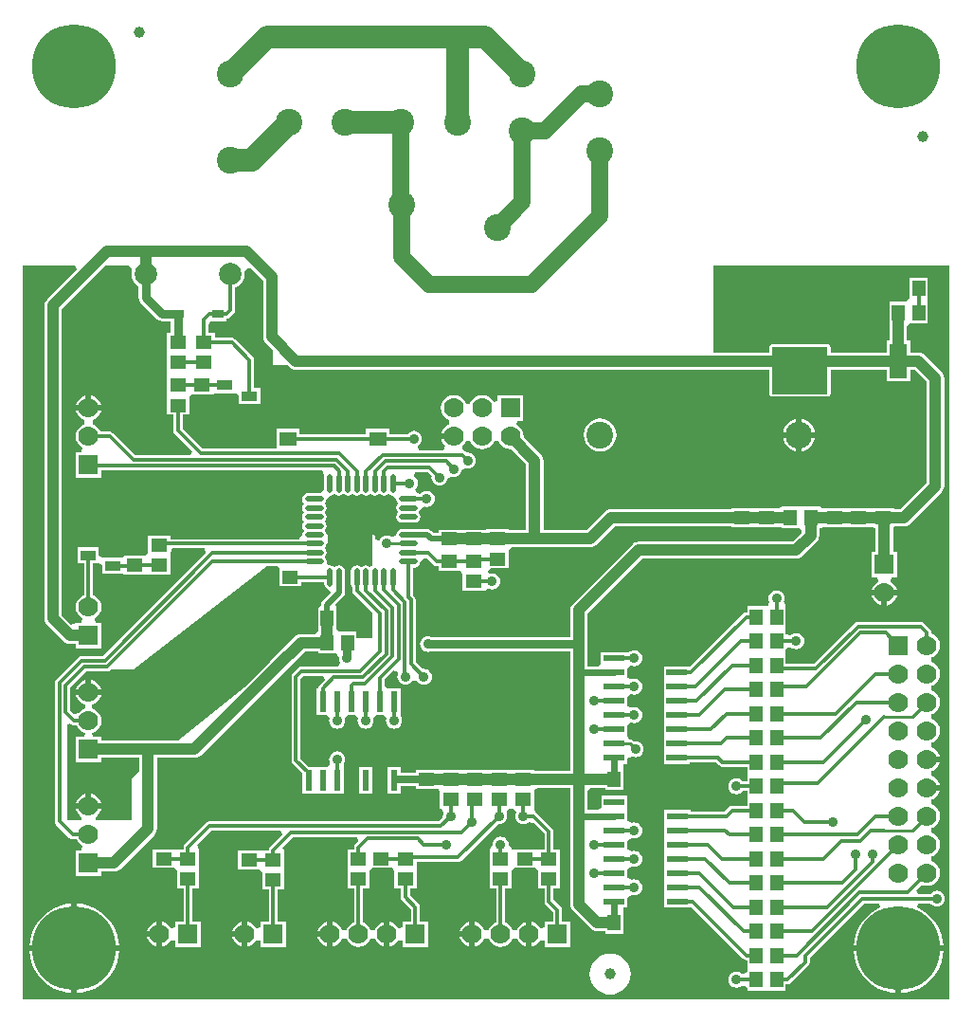
<source format=gtl>
G04*
G04 #@! TF.GenerationSoftware,Altium Limited,Altium Designer,20.0.10 (225)*
G04*
G04 Layer_Physical_Order=1*
G04 Layer_Color=255*
%FSLAX44Y44*%
%MOMM*%
G71*
G01*
G75*
%ADD13C,0.2540*%
%ADD15C,0.3048*%
%ADD26O,1.6500X0.5500*%
%ADD27O,0.5500X1.6500*%
%ADD28R,1.1500X1.4500*%
%ADD29R,1.6000X3.1500*%
%ADD30R,1.8500X0.6000*%
%ADD31R,1.4500X1.1500*%
%ADD32R,1.0000X0.8000*%
%ADD33R,1.4000X0.9000*%
%ADD34R,1.5500X1.3000*%
%ADD35R,1.5500X1.3000*%
%ADD36R,0.6000X1.8500*%
%ADD56R,0.2000X0.2000*%
%ADD57C,1.0000*%
%ADD58C,1.0160*%
%ADD59C,0.7620*%
%ADD60C,0.5080*%
%ADD61C,0.5334*%
%ADD62C,0.5842*%
%ADD63C,0.6096*%
%ADD64C,0.7112*%
%ADD65C,2.0320*%
%ADD66C,1.5240*%
%ADD67R,4.9530X4.1910*%
%ADD68C,2.4000*%
%ADD69C,1.7780*%
%ADD70R,1.7780X1.7780*%
%ADD71R,1.7780X1.7780*%
%ADD72C,7.5000*%
%ADD73C,2.0000*%
%ADD74C,0.9144*%
G36*
X1159444Y1053456D02*
Y1003300D01*
X1159706Y1001311D01*
X1160474Y999457D01*
X1161695Y997865D01*
X1168400Y991161D01*
Y977900D01*
X1181661D01*
X1183285Y976275D01*
X1183285Y976275D01*
X1184877Y975054D01*
X1186731Y974286D01*
X1188720Y974024D01*
X1188720Y974024D01*
X1611580D01*
Y952500D01*
X1611777Y951509D01*
X1612339Y950669D01*
X1613179Y950107D01*
X1614170Y949910D01*
X1663700D01*
X1664691Y950107D01*
X1665531Y950669D01*
X1666093Y951509D01*
X1666290Y952500D01*
Y974024D01*
X1716660D01*
Y963420D01*
X1737740D01*
Y974024D01*
X1741796D01*
X1752534Y963286D01*
Y873134D01*
X1729096Y849696D01*
X1723020D01*
Y850300D01*
X1705194D01*
X1703440Y850300D01*
Y850300D01*
X1701430Y850190D01*
Y850190D01*
X1683604D01*
X1681850Y850190D01*
Y850190D01*
X1679840Y850080D01*
Y850080D01*
X1660260D01*
X1660260Y850080D01*
Y850080D01*
X1660260Y850080D01*
X1656970Y851335D01*
Y851800D01*
X1642780D01*
X1640390Y851800D01*
X1636580Y851800D01*
X1622390D01*
Y851024D01*
X1618880Y850300D01*
Y850300D01*
X1599300D01*
Y850300D01*
X1597290D01*
Y850300D01*
X1577710D01*
Y849696D01*
X1470660D01*
X1468671Y849434D01*
X1466817Y848666D01*
X1465225Y847445D01*
X1448426Y830646D01*
X1409766D01*
Y892810D01*
X1409766Y892810D01*
X1409504Y894799D01*
X1408736Y896653D01*
X1407515Y898245D01*
X1407515Y898245D01*
X1391942Y913817D01*
X1392019Y914400D01*
X1391626Y917384D01*
X1390474Y920164D01*
X1388642Y922552D01*
X1386254Y924384D01*
X1385830Y924560D01*
X1386588Y928370D01*
X1391920D01*
Y951230D01*
X1369060D01*
Y945898D01*
X1365250Y945140D01*
X1365074Y945564D01*
X1363242Y947952D01*
X1360854Y949784D01*
X1358074Y950936D01*
X1355090Y951329D01*
X1352106Y950936D01*
X1349326Y949784D01*
X1346938Y947952D01*
X1345106Y945564D01*
X1344346Y943729D01*
X1340434D01*
X1339674Y945564D01*
X1337842Y947952D01*
X1335454Y949784D01*
X1332674Y950936D01*
X1329690Y951329D01*
X1326706Y950936D01*
X1323926Y949784D01*
X1321538Y947952D01*
X1319706Y945564D01*
X1318554Y942784D01*
X1318161Y939800D01*
X1318554Y936816D01*
X1319706Y934036D01*
X1321538Y931648D01*
X1323926Y929816D01*
X1325761Y929056D01*
Y925144D01*
X1323926Y924384D01*
X1321538Y922552D01*
X1319706Y920164D01*
X1318554Y917384D01*
X1318496Y916940D01*
X1329690D01*
Y911860D01*
X1318496D01*
X1318554Y911416D01*
X1319706Y908636D01*
X1321538Y906248D01*
X1322065Y905844D01*
X1320772Y902034D01*
X1298104D01*
X1297346Y905844D01*
X1297717Y905997D01*
X1299202Y907137D01*
X1300342Y908623D01*
X1301059Y910353D01*
X1301303Y912209D01*
X1301059Y914066D01*
X1300342Y915796D01*
X1299202Y917282D01*
X1297717Y918422D01*
X1295987Y919138D01*
X1294130Y919383D01*
X1292273Y919138D01*
X1290543Y918422D01*
X1289058Y917282D01*
X1288345Y916353D01*
X1271968D01*
Y921249D01*
X1251388D01*
Y916353D01*
X1191968D01*
Y921249D01*
X1171388D01*
Y903304D01*
X1105346D01*
X1087454Y921196D01*
Y933830D01*
X1093100D01*
X1093100Y948963D01*
X1094548Y951107D01*
X1096276Y951940D01*
X1114690D01*
Y951940D01*
X1115680Y953080D01*
X1133870D01*
X1134760Y953080D01*
X1137680Y950931D01*
Y943580D01*
X1156760D01*
Y957660D01*
X1151364D01*
Y982570D01*
X1151048Y984156D01*
X1150150Y985500D01*
X1134390Y1001260D01*
X1133046Y1002158D01*
X1131460Y1002474D01*
X1115960D01*
Y1006620D01*
X1110314D01*
Y1013873D01*
X1111770Y1017080D01*
X1126850D01*
Y1019548D01*
X1128076Y1019792D01*
X1129420Y1020690D01*
X1133230Y1024500D01*
X1134128Y1025844D01*
X1134444Y1027430D01*
Y1047393D01*
X1136624Y1048296D01*
X1139244Y1050306D01*
X1141254Y1052926D01*
X1142517Y1055976D01*
X1142948Y1059250D01*
X1142731Y1060898D01*
X1145157Y1064284D01*
X1145667Y1064625D01*
X1148068Y1064833D01*
X1159444Y1053456D01*
D02*
G37*
G36*
X1370506Y908636D02*
X1372338Y906248D01*
X1374726Y904416D01*
X1377506Y903264D01*
X1380490Y902871D01*
X1381073Y902948D01*
X1394394Y889626D01*
Y830646D01*
X1378850D01*
Y831250D01*
X1361024D01*
X1359270Y831250D01*
Y831250D01*
X1357260Y831140D01*
Y831140D01*
X1337680D01*
Y831140D01*
X1335670D01*
Y831140D01*
X1316090D01*
Y828159D01*
X1311679D01*
X1309504Y830334D01*
X1307782Y831485D01*
X1305750Y831889D01*
X1305750Y831889D01*
X1295065D01*
X1294640Y831974D01*
X1283640D01*
X1281576Y831563D01*
X1279826Y830394D01*
X1278657Y828644D01*
X1278246Y826580D01*
X1278307Y826275D01*
X1277956Y825698D01*
X1273889Y824560D01*
X1273587Y824792D01*
X1271857Y825509D01*
X1270000Y825753D01*
X1268143Y825509D01*
X1266413Y824792D01*
X1264928Y823652D01*
X1263788Y822167D01*
X1263651Y821836D01*
X1259841Y822594D01*
X1259841Y824243D01*
X1259841Y824243D01*
X1259775Y824572D01*
X1259775Y824572D01*
X1259644Y825234D01*
X1259644Y825235D01*
X1259082Y826075D01*
X1259082Y826075D01*
X1258242Y826636D01*
X1257251Y826833D01*
X1257251Y826833D01*
X1257251Y824274D01*
X1216775D01*
X1216775Y826833D01*
D01*
X1216013Y826682D01*
X1215623Y828644D01*
X1214454Y830394D01*
Y830766D01*
X1215623Y832516D01*
X1216034Y834580D01*
X1215623Y836644D01*
X1214454Y838394D01*
Y838766D01*
X1215623Y840516D01*
X1216034Y842580D01*
X1215623Y844644D01*
X1214556Y846580D01*
X1215623Y848516D01*
X1216034Y850580D01*
X1215623Y852644D01*
X1214454Y854394D01*
Y854766D01*
X1215623Y856516D01*
X1216030Y858563D01*
X1216036Y858582D01*
X1217587Y860133D01*
X1219138Y861684D01*
X1219157Y861690D01*
X1221204Y862097D01*
X1222954Y863266D01*
X1223326D01*
X1225076Y862097D01*
X1227140Y861686D01*
X1229204Y862097D01*
X1230954Y863266D01*
X1231326D01*
X1233076Y862097D01*
X1235140Y861686D01*
X1237204Y862097D01*
X1239140Y863164D01*
X1241076Y862097D01*
X1243140Y861686D01*
X1245204Y862097D01*
X1246954Y863266D01*
X1247326D01*
X1249076Y862097D01*
X1251140Y861686D01*
X1253204Y862097D01*
X1254954Y863266D01*
X1255326D01*
X1257076Y862097D01*
X1259140Y861686D01*
X1261204Y862097D01*
X1262954Y863266D01*
X1263326D01*
X1265076Y862097D01*
X1267140Y861686D01*
X1269204Y862097D01*
X1270954Y863266D01*
X1271326D01*
X1273076Y862097D01*
X1275123Y861690D01*
X1275142Y861684D01*
X1276693Y860133D01*
X1278244Y858582D01*
X1278250Y858563D01*
X1278657Y856516D01*
X1279826Y854766D01*
Y854394D01*
X1278657Y852644D01*
X1278246Y850580D01*
X1278657Y848516D01*
X1279724Y846580D01*
X1278657Y844644D01*
X1278246Y842580D01*
X1278657Y840516D01*
X1279826Y838766D01*
X1281576Y837597D01*
X1283640Y837186D01*
X1294640D01*
X1296704Y837597D01*
X1298454Y838766D01*
X1299623Y840516D01*
X1300034Y842580D01*
X1299623Y844644D01*
X1298557Y846580D01*
X1299623Y848516D01*
X1299770Y849254D01*
X1300037Y849625D01*
X1302787Y851339D01*
X1303703Y851591D01*
X1305560Y851347D01*
X1307417Y851591D01*
X1309147Y852308D01*
X1310632Y853448D01*
X1311772Y854933D01*
X1312489Y856663D01*
X1312733Y858520D01*
X1312489Y860377D01*
X1311772Y862107D01*
X1310632Y863592D01*
X1309147Y864732D01*
X1307417Y865449D01*
X1305560Y865693D01*
X1303703Y865449D01*
X1301973Y864732D01*
X1300488Y863592D01*
X1300026Y862991D01*
X1296477Y863842D01*
X1295392Y867508D01*
X1296532Y868993D01*
X1297249Y870723D01*
X1297493Y872580D01*
X1297249Y874437D01*
X1296532Y876167D01*
X1295392Y877652D01*
X1293907Y878792D01*
X1294742Y882570D01*
X1306130D01*
X1309969Y878731D01*
X1309817Y877570D01*
X1310061Y875713D01*
X1310778Y873983D01*
X1311918Y872498D01*
X1313403Y871358D01*
X1315133Y870641D01*
X1316990Y870397D01*
X1318847Y870641D01*
X1320577Y871358D01*
X1322062Y872498D01*
X1323202Y873983D01*
X1323919Y875713D01*
X1323945Y875912D01*
X1324193Y876264D01*
X1327261Y878153D01*
X1327833Y878261D01*
X1329690Y878017D01*
X1331547Y878261D01*
X1333277Y878978D01*
X1334762Y880118D01*
X1335902Y881603D01*
X1336619Y883333D01*
X1336645Y883532D01*
X1336893Y883885D01*
X1339961Y885773D01*
X1340533Y885881D01*
X1342390Y885637D01*
X1344247Y885881D01*
X1345977Y886598D01*
X1347462Y887738D01*
X1348602Y889223D01*
X1349319Y890953D01*
X1349563Y892810D01*
X1349319Y894667D01*
X1348602Y896397D01*
X1347462Y897882D01*
X1345977Y899022D01*
X1344247Y899739D01*
X1342390Y899983D01*
X1341229Y899831D01*
X1340240Y900820D01*
X1338896Y901718D01*
X1338341Y901829D01*
X1337312Y904535D01*
X1337313Y905842D01*
X1337842Y906248D01*
X1339674Y908636D01*
X1340434Y910471D01*
X1344346D01*
X1345106Y908636D01*
X1346938Y906248D01*
X1349326Y904416D01*
X1352106Y903264D01*
X1355090Y902871D01*
X1358074Y903264D01*
X1360854Y904416D01*
X1363242Y906248D01*
X1365074Y908636D01*
X1365834Y910471D01*
X1369746D01*
X1370506Y908636D01*
D02*
G37*
G36*
X1042063Y1063915D02*
X1042276Y1062990D01*
X1042083Y1062524D01*
X1041652Y1059250D01*
X1042083Y1055976D01*
X1043346Y1052926D01*
X1045356Y1050306D01*
X1047826Y1048412D01*
Y1038660D01*
X1048318Y1036182D01*
X1049722Y1034082D01*
X1064762Y1019042D01*
X1066862Y1017638D01*
X1069340Y1017146D01*
X1075770D01*
Y1017080D01*
X1076836D01*
Y1006620D01*
X1073520D01*
Y992430D01*
X1073520Y990040D01*
X1073520Y986230D01*
Y972220D01*
X1073520Y972040D01*
Y968410D01*
X1073520Y968230D01*
Y954220D01*
X1073520Y951830D01*
X1073520Y948020D01*
Y933830D01*
X1079166D01*
Y919480D01*
X1079482Y917894D01*
X1080380Y916550D01*
X1095694Y901236D01*
X1094236Y897716D01*
X1044894D01*
X1025280Y917330D01*
X1023936Y918228D01*
X1022350Y918544D01*
X1013955D01*
X1013284Y920164D01*
X1011452Y922552D01*
X1009064Y924384D01*
X1007229Y925144D01*
Y929056D01*
X1009064Y929816D01*
X1011452Y931648D01*
X1013284Y934036D01*
X1014436Y936816D01*
X1014494Y937260D01*
X1003300D01*
X992106D01*
X992164Y936816D01*
X993316Y934036D01*
X995148Y931648D01*
X997536Y929816D01*
X999371Y929056D01*
Y925144D01*
X997536Y924384D01*
X995148Y922552D01*
X993316Y920164D01*
X992164Y917384D01*
X991771Y914400D01*
X992164Y911416D01*
X993316Y908636D01*
X995148Y906248D01*
X997536Y904416D01*
X997960Y904240D01*
X997203Y900430D01*
X991870D01*
Y877570D01*
X1014730D01*
Y883840D01*
X1212045D01*
X1214152Y880152D01*
X1214134Y880030D01*
X1213746Y878080D01*
Y867080D01*
X1210640Y863974D01*
X1199640D01*
X1197576Y863563D01*
X1195826Y862394D01*
X1194657Y860644D01*
X1194246Y858580D01*
X1194657Y856516D01*
X1195826Y854766D01*
Y854394D01*
X1194657Y852644D01*
X1194246Y850580D01*
X1194657Y848516D01*
X1195724Y846580D01*
X1194657Y844644D01*
X1194246Y842580D01*
X1194657Y840516D01*
X1195826Y838766D01*
Y838394D01*
X1194657Y836644D01*
X1194246Y834580D01*
X1194657Y832516D01*
X1195826Y830766D01*
Y830394D01*
X1194657Y828644D01*
X1194246Y826580D01*
X1194256Y826534D01*
X1191743Y822900D01*
X1191424Y822724D01*
X1076180D01*
Y825730D01*
X1056600D01*
X1056600Y810707D01*
X1055103Y808490D01*
X1053378Y807730D01*
X1035010D01*
X1034430Y805870D01*
X1016240D01*
X1015350Y805870D01*
X1012430Y808019D01*
Y815370D01*
X993350D01*
Y801290D01*
X999156D01*
Y772655D01*
X997536Y771984D01*
X995148Y770152D01*
X993316Y767764D01*
X992164Y764984D01*
X991771Y762000D01*
X992164Y759016D01*
X993316Y756236D01*
X995148Y753848D01*
X997536Y752016D01*
X997960Y751840D01*
X997203Y748030D01*
X991870D01*
Y747777D01*
X988060Y746199D01*
X979236Y755024D01*
Y1028056D01*
X1017979Y1066800D01*
X1039730D01*
X1042063Y1063915D01*
D02*
G37*
G36*
X1257251Y821684D02*
X1257300Y818657D01*
Y799713D01*
X1256259Y798906D01*
X1254678Y798078D01*
X1253204Y799063D01*
X1251140Y799474D01*
X1249076Y799063D01*
X1247326Y797894D01*
X1246954D01*
X1245204Y799063D01*
X1243140Y799474D01*
X1241076Y799063D01*
X1239326Y797894D01*
X1238157Y796144D01*
X1237746Y794080D01*
Y783080D01*
X1238157Y781016D01*
X1238996Y779760D01*
Y776865D01*
X1239312Y775279D01*
X1240210Y773935D01*
X1257300Y756845D01*
Y734060D01*
X1242840D01*
Y740040D01*
X1227055D01*
X1225385Y741555D01*
X1224840Y742500D01*
Y761630D01*
X1224840D01*
X1224306Y764678D01*
X1230894Y771266D01*
X1230894Y771266D01*
X1232045Y772988D01*
X1232449Y775020D01*
Y782655D01*
X1232534Y783080D01*
Y794080D01*
X1232123Y796144D01*
X1230954Y797894D01*
X1229204Y799063D01*
X1227140Y799474D01*
X1225076Y799063D01*
X1223326Y797894D01*
X1222954D01*
X1221204Y799063D01*
X1219140Y799474D01*
X1218252Y799297D01*
X1218106Y799364D01*
X1215924Y801546D01*
X1215857Y801692D01*
X1216034Y802580D01*
X1215623Y804644D01*
X1214454Y806394D01*
Y806766D01*
X1215623Y808516D01*
X1216034Y810580D01*
X1215623Y812644D01*
X1214454Y814394D01*
Y814766D01*
X1215623Y816516D01*
X1216034Y818580D01*
X1216004Y818730D01*
X1216116Y819161D01*
X1216775Y819917D01*
X1216775Y824243D01*
X1257251Y824243D01*
X1257251Y821684D01*
D02*
G37*
G36*
X1173850Y797070D02*
Y780490D01*
X1193430D01*
Y784636D01*
X1213746D01*
Y783080D01*
X1214157Y781016D01*
X1215326Y779266D01*
X1217076Y778097D01*
X1218179Y777878D01*
X1219340Y775245D01*
X1219380Y774768D01*
X1212332Y767720D01*
X1211181Y765998D01*
X1210777Y763966D01*
X1208952Y761630D01*
X1208260D01*
Y742050D01*
X1208260D01*
Y740984D01*
X1206084Y737936D01*
X1193262D01*
X1191273Y737674D01*
X1189419Y736906D01*
X1187827Y735685D01*
X1165505Y713363D01*
X1165505Y713363D01*
X1142698Y690555D01*
X1083674Y642686D01*
X1014730D01*
Y646430D01*
X1007007D01*
X1006284Y649264D01*
X1009064Y650416D01*
X1011452Y652248D01*
X1013284Y654636D01*
X1014436Y657416D01*
X1014829Y660400D01*
X1014436Y663384D01*
X1013284Y666164D01*
X1011452Y668552D01*
X1009064Y670384D01*
X1006284Y671536D01*
X1006078Y671563D01*
Y674637D01*
X1006284Y674664D01*
X1009064Y675816D01*
X1011452Y677648D01*
X1013284Y680036D01*
X1014436Y682816D01*
X1014494Y683260D01*
X1003300D01*
X992106D01*
X992164Y682816D01*
X993316Y680036D01*
X995148Y677648D01*
X997536Y675816D01*
X1000316Y674664D01*
X1000522Y674637D01*
Y671563D01*
X1000316Y671536D01*
X997536Y670384D01*
X995148Y668552D01*
X994050Y667121D01*
X991049Y666516D01*
X990216Y666645D01*
X987124Y669737D01*
Y690434D01*
X1001206Y704516D01*
X1020093D01*
X1021678Y704832D01*
X1023023Y705730D01*
X1023413Y706120D01*
X1043940D01*
X1163135Y798496D01*
X1171393D01*
X1173850Y797070D01*
D02*
G37*
G36*
X987671Y657470D02*
X989015Y656572D01*
X990601Y656256D01*
X992645D01*
X993316Y654636D01*
X995148Y652248D01*
X997536Y650416D01*
X1000316Y649264D01*
X999593Y646430D01*
X991870D01*
Y623570D01*
X1014730D01*
Y627314D01*
X1048954D01*
Y614527D01*
X1041773Y608703D01*
X1041773Y571500D01*
X1010331D01*
X1009662Y572934D01*
X1009497Y574548D01*
X1011452Y576048D01*
X1013284Y578436D01*
X1014436Y581216D01*
X1014494Y581660D01*
X1003300D01*
X992106D01*
X992164Y581216D01*
X993316Y578436D01*
X995148Y576048D01*
X997103Y574548D01*
X996938Y572934D01*
X996269Y571500D01*
X984250D01*
Y656908D01*
X987066Y658075D01*
X987671Y657470D01*
D02*
G37*
G36*
X992721Y1063280D02*
X966115Y1036675D01*
X964894Y1035083D01*
X964126Y1033229D01*
X963864Y1031240D01*
Y751840D01*
X964126Y749851D01*
X964894Y747997D01*
X966115Y746405D01*
X981355Y731165D01*
X982947Y729944D01*
X984801Y729176D01*
X986790Y728914D01*
X991870D01*
Y725170D01*
X1014730D01*
Y748030D01*
X1009398D01*
X1008640Y751840D01*
X1009064Y752016D01*
X1011452Y753848D01*
X1013284Y756236D01*
X1014436Y759016D01*
X1014829Y762000D01*
X1014436Y764984D01*
X1013284Y767764D01*
X1011452Y770152D01*
X1009064Y771984D01*
X1007444Y772655D01*
Y801290D01*
X1011540D01*
X1012430Y801290D01*
X1015350Y799141D01*
Y791790D01*
X1034430D01*
X1035010Y791150D01*
Y791150D01*
X1054590D01*
Y791150D01*
X1056600D01*
Y791150D01*
X1076180D01*
Y805340D01*
X1076180Y807730D01*
X1076180Y810626D01*
X1078386Y814436D01*
X1106718D01*
X1108296Y810626D01*
X1016062Y718392D01*
X997175D01*
X995590Y718076D01*
X994245Y717178D01*
X974462Y697395D01*
X973564Y696050D01*
X973248Y694465D01*
Y570738D01*
X973564Y569152D01*
X974462Y567808D01*
X986400Y555870D01*
X987744Y554972D01*
X989330Y554656D01*
X992645D01*
X993316Y553036D01*
X995148Y550648D01*
X997536Y548816D01*
X997960Y548640D01*
X997203Y544830D01*
X991870D01*
Y521970D01*
X1014730D01*
Y525714D01*
X1026160D01*
X1028149Y525976D01*
X1030003Y526744D01*
X1031595Y527965D01*
X1062075Y558445D01*
X1063296Y560037D01*
X1064064Y561891D01*
X1064326Y563880D01*
Y627314D01*
X1098012D01*
X1100001Y627576D01*
X1101855Y628344D01*
X1103447Y629565D01*
X1176375Y702493D01*
X1176375Y702493D01*
X1196446Y722564D01*
X1208260D01*
Y720460D01*
X1224350D01*
X1225915Y719309D01*
X1226840Y718365D01*
X1227315Y716650D01*
X1227267Y716280D01*
X1227511Y714423D01*
X1228228Y712693D01*
X1226264Y708994D01*
X1193800D01*
X1192214Y708678D01*
X1190870Y707780D01*
X1185790Y702700D01*
X1184892Y701356D01*
X1184576Y699770D01*
Y625300D01*
X1184892Y623714D01*
X1185790Y622370D01*
X1194610Y613550D01*
Y595830D01*
X1203500D01*
X1205690Y595830D01*
X1209500Y595830D01*
X1216200D01*
X1218390Y595830D01*
X1222200Y595830D01*
X1231090D01*
Y619410D01*
X1231090Y619410D01*
X1231910Y622880D01*
X1232479Y624253D01*
X1232723Y626110D01*
X1232479Y627967D01*
X1231762Y629697D01*
X1230622Y631182D01*
X1229137Y632322D01*
X1227407Y633039D01*
X1225550Y633283D01*
X1223693Y633039D01*
X1221963Y632322D01*
X1220478Y631182D01*
X1219338Y629697D01*
X1218621Y627967D01*
X1218377Y626110D01*
X1218621Y624253D01*
X1219186Y622890D01*
X1218427Y621348D01*
X1216924Y619410D01*
X1216200Y619410D01*
X1209500D01*
X1207310Y619410D01*
X1203500Y619410D01*
X1200470D01*
X1192864Y627016D01*
Y698054D01*
X1195516Y700706D01*
X1213108D01*
X1214566Y697186D01*
X1209967Y692587D01*
X1209068Y691242D01*
X1208753Y689657D01*
Y689410D01*
X1207310D01*
Y665830D01*
X1216188D01*
X1216213Y665815D01*
X1218588Y662305D01*
X1218601Y662108D01*
X1218377Y660400D01*
X1218621Y658543D01*
X1219338Y656813D01*
X1220478Y655328D01*
X1221963Y654188D01*
X1223693Y653471D01*
X1225550Y653227D01*
X1227407Y653471D01*
X1229137Y654188D01*
X1230622Y655328D01*
X1231762Y656813D01*
X1232479Y658543D01*
X1232723Y660400D01*
X1232499Y662108D01*
X1232512Y662305D01*
X1234887Y665815D01*
X1234912Y665830D01*
X1241588D01*
X1241613Y665815D01*
X1243988Y662305D01*
X1244001Y662108D01*
X1243777Y660400D01*
X1244021Y658543D01*
X1244738Y656813D01*
X1245878Y655328D01*
X1247363Y654188D01*
X1249093Y653471D01*
X1250950Y653227D01*
X1252807Y653471D01*
X1254537Y654188D01*
X1256022Y655328D01*
X1257162Y656813D01*
X1257879Y658543D01*
X1258123Y660400D01*
X1257899Y662108D01*
X1257912Y662305D01*
X1260287Y665815D01*
X1260312Y665830D01*
X1266988D01*
X1267013Y665815D01*
X1269389Y662305D01*
X1269401Y662108D01*
X1269177Y660400D01*
X1269421Y658543D01*
X1270138Y656813D01*
X1271278Y655328D01*
X1272763Y654188D01*
X1274493Y653471D01*
X1276350Y653227D01*
X1278207Y653471D01*
X1279937Y654188D01*
X1281422Y655328D01*
X1282562Y656813D01*
X1283279Y658543D01*
X1283523Y660400D01*
X1283279Y662257D01*
X1283159Y662546D01*
X1281890Y665830D01*
X1281890Y665830D01*
X1281890D01*
X1281890Y665830D01*
Y689410D01*
X1273000D01*
X1270810Y689410D01*
X1267794Y691326D01*
Y697206D01*
X1275727Y705139D01*
X1280064Y704088D01*
X1280178Y703731D01*
X1280106Y702894D01*
X1279581Y701627D01*
X1279337Y699770D01*
X1279581Y697913D01*
X1280298Y696183D01*
X1281438Y694698D01*
X1282923Y693558D01*
X1284653Y692841D01*
X1286510Y692597D01*
X1288367Y692841D01*
X1290097Y693558D01*
X1291582Y694698D01*
X1292722Y696183D01*
X1296808D01*
X1297948Y694698D01*
X1299433Y693558D01*
X1301163Y692841D01*
X1303020Y692597D01*
X1304877Y692841D01*
X1306607Y693558D01*
X1308092Y694698D01*
X1309232Y696183D01*
X1309949Y697913D01*
X1310193Y699770D01*
X1309949Y701627D01*
X1309232Y703357D01*
X1308092Y704842D01*
X1306607Y705982D01*
X1304877Y706699D01*
X1303020Y706943D01*
X1301859Y706791D01*
X1295734Y712916D01*
Y768633D01*
X1295418Y770218D01*
X1294520Y771563D01*
X1293284Y772799D01*
Y797186D01*
X1294640D01*
X1296704Y797597D01*
X1298454Y798766D01*
X1299623Y800516D01*
X1300034Y802580D01*
X1302663Y805013D01*
X1305931Y805299D01*
X1311520Y799710D01*
X1312864Y798812D01*
X1314450Y798496D01*
X1316090D01*
Y794350D01*
X1334413D01*
X1336137Y793659D01*
X1337680Y791373D01*
X1337680Y790650D01*
Y776460D01*
X1357260D01*
Y776460D01*
X1360395Y778090D01*
X1361070Y778367D01*
X1362123Y777931D01*
X1363980Y777687D01*
X1365837Y777931D01*
X1367567Y778648D01*
X1369052Y779788D01*
X1370192Y781273D01*
X1370909Y783003D01*
X1371153Y784860D01*
X1370909Y786717D01*
X1370192Y788447D01*
X1369052Y789932D01*
X1367567Y791072D01*
X1365837Y791789D01*
X1363980Y792033D01*
X1362123Y791789D01*
X1360241Y793588D01*
X1362659Y796670D01*
X1378850D01*
Y813250D01*
X1381821Y815274D01*
X1451610D01*
X1453599Y815536D01*
X1455453Y816304D01*
X1457045Y817525D01*
X1473844Y834324D01*
X1577710D01*
Y833720D01*
X1597290D01*
Y833720D01*
X1599300D01*
Y833720D01*
X1618880D01*
Y833720D01*
X1622390Y832996D01*
Y832220D01*
X1636580D01*
X1638970Y832220D01*
X1640453Y830043D01*
X1640501Y828410D01*
X1632576Y820486D01*
X1494790D01*
X1492801Y820224D01*
X1490947Y819456D01*
X1489355Y818235D01*
X1489355Y818235D01*
X1436015Y764895D01*
X1434794Y763303D01*
X1434026Y761449D01*
X1433764Y759460D01*
Y735454D01*
X1309784D01*
X1308687Y735909D01*
X1306830Y736153D01*
X1304973Y735909D01*
X1303243Y735192D01*
X1301758Y734052D01*
X1300618Y732567D01*
X1299901Y730837D01*
X1299657Y728980D01*
X1299901Y727123D01*
X1300618Y725393D01*
X1301758Y723908D01*
X1303243Y722768D01*
X1304973Y722051D01*
X1306830Y721807D01*
X1308687Y722051D01*
X1309784Y722506D01*
X1433764D01*
Y703580D01*
Y616126D01*
X1401710D01*
Y616730D01*
X1382130D01*
Y616730D01*
X1380120D01*
Y616730D01*
X1360540D01*
Y616730D01*
X1358530D01*
Y616730D01*
X1338950D01*
Y616730D01*
X1336940D01*
Y616730D01*
X1319069D01*
X1317360Y616730D01*
Y616730D01*
X1315350Y616510D01*
Y616510D01*
X1295770D01*
Y614435D01*
X1281890D01*
Y619410D01*
X1270810D01*
Y608599D01*
X1270735Y608220D01*
X1270810Y607841D01*
Y595830D01*
X1281890D01*
Y602005D01*
X1295770D01*
Y599930D01*
X1314047D01*
X1315772Y599305D01*
X1317360Y596953D01*
X1317360Y596340D01*
Y582150D01*
X1318632D01*
X1319933Y580314D01*
X1320707Y578340D01*
X1320221Y577167D01*
X1319977Y575310D01*
X1320129Y574149D01*
X1316544Y570564D01*
X1111250D01*
X1109664Y570248D01*
X1108320Y569350D01*
X1089270Y550300D01*
X1088372Y548956D01*
X1088056Y547370D01*
Y545610D01*
X1082410D01*
Y545610D01*
X1080400D01*
Y545610D01*
X1060820D01*
Y529030D01*
X1079188D01*
X1080913Y528270D01*
X1082410Y526053D01*
X1082410Y525220D01*
Y511030D01*
X1088056D01*
Y481330D01*
X1080770D01*
Y475998D01*
X1076960Y475240D01*
X1076784Y475664D01*
X1074952Y478052D01*
X1072564Y479884D01*
X1069784Y481036D01*
X1069340Y481094D01*
Y469900D01*
Y458706D01*
X1069784Y458764D01*
X1072564Y459916D01*
X1074952Y461748D01*
X1076784Y464136D01*
X1076960Y464560D01*
X1080770Y463802D01*
Y458470D01*
X1103630D01*
Y481330D01*
X1096344D01*
Y511030D01*
X1101990D01*
Y525220D01*
X1101990Y527610D01*
X1101990Y531420D01*
Y545610D01*
X1101688D01*
X1100110Y549420D01*
X1112966Y562276D01*
X1175008D01*
X1176466Y558756D01*
X1165470Y547760D01*
X1164572Y546416D01*
X1164256Y544830D01*
Y544340D01*
X1158610D01*
Y544340D01*
X1156600D01*
Y544340D01*
X1137020D01*
Y527760D01*
X1155388D01*
X1157113Y527000D01*
X1158610Y524783D01*
X1158610Y523950D01*
Y509760D01*
X1164256D01*
Y481330D01*
X1156970D01*
Y475998D01*
X1153160Y475240D01*
X1152984Y475664D01*
X1151152Y478052D01*
X1148764Y479884D01*
X1145984Y481036D01*
X1145540Y481094D01*
Y469900D01*
Y458706D01*
X1145984Y458764D01*
X1148764Y459916D01*
X1151152Y461748D01*
X1152984Y464136D01*
X1153160Y464560D01*
X1156970Y463802D01*
Y458470D01*
X1179830D01*
Y481330D01*
X1172544D01*
Y509760D01*
X1178190D01*
Y523950D01*
X1178190Y526340D01*
X1178190Y530150D01*
Y544340D01*
X1178190D01*
X1176895Y547465D01*
X1186118Y556688D01*
X1243080D01*
X1244538Y553168D01*
X1241670Y550300D01*
X1240772Y548956D01*
X1240456Y547370D01*
Y545610D01*
X1234810D01*
Y531420D01*
X1234810Y529030D01*
X1234810Y525220D01*
Y511030D01*
X1240456D01*
Y480555D01*
X1238836Y479884D01*
X1236448Y478052D01*
X1234616Y475664D01*
X1233856Y473829D01*
X1229944D01*
X1229184Y475664D01*
X1227352Y478052D01*
X1224964Y479884D01*
X1222184Y481036D01*
X1221740Y481094D01*
Y469900D01*
Y458706D01*
X1222184Y458764D01*
X1224964Y459916D01*
X1227352Y461748D01*
X1229184Y464136D01*
X1229944Y465971D01*
X1233856D01*
X1234616Y464136D01*
X1236448Y461748D01*
X1238836Y459916D01*
X1241616Y458764D01*
X1244600Y458371D01*
X1247584Y458764D01*
X1250364Y459916D01*
X1252752Y461748D01*
X1254584Y464136D01*
X1255344Y465971D01*
X1259256D01*
X1260016Y464136D01*
X1261848Y461748D01*
X1264236Y459916D01*
X1267016Y458764D01*
X1267460Y458706D01*
Y469900D01*
Y481094D01*
X1267016Y481036D01*
X1264236Y479884D01*
X1261848Y478052D01*
X1260016Y475664D01*
X1259256Y473829D01*
X1255344D01*
X1254584Y475664D01*
X1252752Y478052D01*
X1250364Y479884D01*
X1248744Y480555D01*
Y511030D01*
X1254390D01*
Y525527D01*
X1254875Y527824D01*
X1257612Y529030D01*
X1258200D01*
X1273453D01*
X1275177Y528339D01*
X1276720Y526053D01*
X1276720Y525330D01*
Y511140D01*
X1282366D01*
Y502920D01*
X1282682Y501334D01*
X1283580Y499990D01*
X1291256Y492314D01*
Y481330D01*
X1283970D01*
Y475998D01*
X1280160Y475240D01*
X1279984Y475664D01*
X1278152Y478052D01*
X1275764Y479884D01*
X1272984Y481036D01*
X1272540Y481094D01*
Y469900D01*
Y458706D01*
X1272984Y458764D01*
X1275764Y459916D01*
X1278152Y461748D01*
X1279984Y464136D01*
X1280160Y464560D01*
X1283970Y463802D01*
Y458470D01*
X1306830D01*
Y481330D01*
X1299544D01*
Y494030D01*
X1299228Y495616D01*
X1298330Y496960D01*
X1290654Y504636D01*
Y511140D01*
X1296300D01*
Y525330D01*
X1296300Y527720D01*
X1296300Y534336D01*
X1333500D01*
X1335086Y534652D01*
X1336430Y535550D01*
X1369169Y568289D01*
X1370330Y568137D01*
X1372187Y568381D01*
X1373917Y569098D01*
X1375402Y570238D01*
X1376542Y571723D01*
X1377259Y573453D01*
X1377503Y575310D01*
X1377259Y577167D01*
X1376773Y578340D01*
X1377547Y580314D01*
X1378848Y582150D01*
X1380120D01*
X1383402D01*
X1384703Y580314D01*
X1385477Y578340D01*
X1384991Y577167D01*
X1384747Y575310D01*
X1384991Y573453D01*
X1385708Y571723D01*
X1386848Y570238D01*
X1388333Y569098D01*
X1390063Y568381D01*
X1391920Y568137D01*
X1393777Y568381D01*
X1395507Y569098D01*
X1396992Y570238D01*
X1400872Y569388D01*
X1410636Y559624D01*
Y545610D01*
X1404990D01*
Y545610D01*
X1402980D01*
Y545610D01*
X1385154D01*
X1381390Y545720D01*
X1381078Y545975D01*
X1378723Y549530D01*
X1378773Y549910D01*
X1378529Y551767D01*
X1377812Y553497D01*
X1376672Y554982D01*
X1375187Y556122D01*
X1373457Y556839D01*
X1371600Y557083D01*
X1369743Y556839D01*
X1368013Y556122D01*
X1366528Y554982D01*
X1365388Y553497D01*
X1364671Y551767D01*
X1364427Y549910D01*
X1364477Y549530D01*
X1363903Y548663D01*
X1361810Y545720D01*
X1361810Y545720D01*
X1361810Y545720D01*
Y531530D01*
X1361810Y529140D01*
X1361810Y525330D01*
Y511140D01*
X1367456D01*
Y480555D01*
X1365836Y479884D01*
X1363448Y478052D01*
X1361616Y475664D01*
X1360856Y473829D01*
X1356944D01*
X1356184Y475664D01*
X1354352Y478052D01*
X1351964Y479884D01*
X1349184Y481036D01*
X1348740Y481094D01*
Y469900D01*
Y458706D01*
X1349184Y458764D01*
X1351964Y459916D01*
X1354352Y461748D01*
X1356184Y464136D01*
X1356944Y465971D01*
X1360856D01*
X1361616Y464136D01*
X1363448Y461748D01*
X1365836Y459916D01*
X1368616Y458764D01*
X1371600Y458371D01*
X1374584Y458764D01*
X1377364Y459916D01*
X1379752Y461748D01*
X1381584Y464136D01*
X1382344Y465971D01*
X1386256D01*
X1387016Y464136D01*
X1388848Y461748D01*
X1391236Y459916D01*
X1394016Y458764D01*
X1394460Y458706D01*
Y469900D01*
Y481094D01*
X1394016Y481036D01*
X1391236Y479884D01*
X1388848Y478052D01*
X1387016Y475664D01*
X1386256Y473829D01*
X1382344D01*
X1381584Y475664D01*
X1379752Y478052D01*
X1377364Y479884D01*
X1375744Y480555D01*
Y511140D01*
X1381390D01*
X1381390Y526053D01*
X1382933Y528339D01*
X1384657Y529030D01*
X1385155Y529030D01*
X1401768D01*
X1403493Y528270D01*
X1404990Y526053D01*
X1404990Y525220D01*
Y511030D01*
X1410636D01*
Y499110D01*
X1410952Y497524D01*
X1411850Y496180D01*
X1418256Y489774D01*
Y481330D01*
X1410970D01*
Y475998D01*
X1407160Y475240D01*
X1406984Y475664D01*
X1405152Y478052D01*
X1402764Y479884D01*
X1399984Y481036D01*
X1399540Y481094D01*
Y469900D01*
Y458706D01*
X1399984Y458764D01*
X1402764Y459916D01*
X1405152Y461748D01*
X1406984Y464136D01*
X1407160Y464560D01*
X1410970Y463802D01*
Y458470D01*
X1433830D01*
Y481330D01*
X1426544D01*
Y491490D01*
X1426228Y493076D01*
X1425330Y494420D01*
X1418924Y500826D01*
Y511030D01*
X1424570D01*
Y525220D01*
X1424570Y527610D01*
X1424570Y531420D01*
Y545610D01*
X1418924D01*
Y561340D01*
X1418608Y562926D01*
X1417710Y564270D01*
X1403740Y578240D01*
X1402871Y578821D01*
X1401710Y582150D01*
X1401710Y582150D01*
X1401710D01*
X1401710Y582150D01*
Y596340D01*
X1401710Y598730D01*
X1404682Y600754D01*
X1433764D01*
Y575310D01*
Y496570D01*
X1434026Y494581D01*
X1434794Y492727D01*
X1436015Y491135D01*
X1452525Y474625D01*
X1454117Y473404D01*
X1455971Y472636D01*
X1457960Y472374D01*
X1457960Y472374D01*
X1464800D01*
Y470270D01*
X1481380D01*
Y489850D01*
X1481380D01*
X1481597Y493570D01*
X1484990D01*
Y502639D01*
X1485570Y503354D01*
X1488618Y505091D01*
X1489123Y504881D01*
X1490980Y504637D01*
X1492837Y504881D01*
X1494567Y505598D01*
X1496052Y506738D01*
X1497192Y508223D01*
X1497909Y509953D01*
X1498153Y511810D01*
X1497909Y513667D01*
X1497192Y515397D01*
X1496052Y516882D01*
X1494567Y518022D01*
X1492837Y518739D01*
X1490980Y518983D01*
X1489123Y518739D01*
X1488618Y518529D01*
X1485570Y520266D01*
X1484990Y520981D01*
Y528039D01*
X1485570Y528754D01*
X1488618Y530491D01*
X1489123Y530281D01*
X1490980Y530037D01*
X1492837Y530281D01*
X1494567Y530998D01*
X1496052Y532138D01*
X1497192Y533623D01*
X1497909Y535353D01*
X1498153Y537210D01*
X1497909Y539067D01*
X1497192Y540797D01*
X1496052Y542282D01*
X1494567Y543422D01*
X1492837Y544139D01*
X1490980Y544383D01*
X1489123Y544139D01*
X1488618Y543929D01*
X1485570Y545666D01*
X1484990Y546381D01*
Y553439D01*
X1485570Y554154D01*
X1488618Y555891D01*
X1489123Y555681D01*
X1490980Y555437D01*
X1492837Y555681D01*
X1494567Y556398D01*
X1496052Y557538D01*
X1497192Y559023D01*
X1497909Y560753D01*
X1498153Y562610D01*
X1497909Y564467D01*
X1497192Y566197D01*
X1496052Y567682D01*
X1494567Y568822D01*
X1492837Y569539D01*
X1490980Y569783D01*
X1489123Y569539D01*
X1488618Y569329D01*
X1485570Y571066D01*
X1484990Y571781D01*
Y578660D01*
X1484990Y580850D01*
X1484990Y584660D01*
Y593550D01*
X1461410D01*
X1461410Y582470D01*
X1458259Y580878D01*
X1449136D01*
Y597231D01*
X1451610Y600644D01*
X1464800D01*
Y598540D01*
X1481380D01*
Y618120D01*
X1481380D01*
X1481597Y621840D01*
X1484870D01*
Y626896D01*
X1488663Y628788D01*
X1490393Y628071D01*
X1492250Y627827D01*
X1494107Y628071D01*
X1495837Y628788D01*
X1497322Y629928D01*
X1498462Y631413D01*
X1499179Y633143D01*
X1499423Y635000D01*
X1499179Y636857D01*
X1498462Y638587D01*
X1497322Y640072D01*
X1495837Y641212D01*
X1494107Y641929D01*
X1492250Y642173D01*
X1490766Y641978D01*
X1489917Y642827D01*
X1488657Y643669D01*
X1487170Y643965D01*
X1486161D01*
X1484870Y647240D01*
X1484870Y649430D01*
Y656402D01*
X1485581Y657209D01*
X1488473Y658821D01*
X1489123Y658551D01*
X1490980Y658307D01*
X1492837Y658551D01*
X1494567Y659268D01*
X1496052Y660408D01*
X1497192Y661893D01*
X1497909Y663623D01*
X1498153Y665480D01*
X1497909Y667337D01*
X1497192Y669067D01*
X1496052Y670552D01*
X1494567Y671692D01*
X1492837Y672409D01*
X1490980Y672653D01*
X1489123Y672409D01*
X1488473Y672139D01*
X1485581Y673751D01*
X1484870Y674558D01*
Y681802D01*
X1485581Y682609D01*
X1488473Y684221D01*
X1489123Y683951D01*
X1490980Y683707D01*
X1492837Y683951D01*
X1494567Y684668D01*
X1496052Y685808D01*
X1497192Y687293D01*
X1497909Y689023D01*
X1498153Y690880D01*
X1497909Y692737D01*
X1497192Y694467D01*
X1496052Y695952D01*
X1494567Y697092D01*
X1492837Y697809D01*
X1490980Y698053D01*
X1489123Y697809D01*
X1488473Y697539D01*
X1485581Y699151D01*
X1484870Y699958D01*
Y707202D01*
X1485581Y708009D01*
X1488473Y709621D01*
X1489123Y709351D01*
X1490980Y709107D01*
X1492837Y709351D01*
X1494567Y710068D01*
X1496052Y711208D01*
X1497192Y712693D01*
X1497909Y714423D01*
X1498153Y716280D01*
X1497909Y718137D01*
X1497192Y719867D01*
X1496052Y721352D01*
X1494567Y722492D01*
X1492837Y723209D01*
X1490980Y723453D01*
X1489123Y723209D01*
X1488254Y722849D01*
X1484870Y721820D01*
X1484870Y721820D01*
Y721820D01*
X1484870Y721820D01*
X1461290D01*
X1461290Y710740D01*
X1458139Y709148D01*
X1449136D01*
Y731520D01*
Y756276D01*
X1497973Y805114D01*
X1635760D01*
X1637749Y805376D01*
X1639603Y806144D01*
X1641195Y807365D01*
X1654115Y820285D01*
X1655336Y821877D01*
X1656104Y823731D01*
X1656366Y825720D01*
X1656366Y825720D01*
Y832220D01*
X1656970D01*
Y832244D01*
X1660260Y833500D01*
Y833500D01*
X1678086D01*
X1679840Y833500D01*
Y833500D01*
X1681850Y833610D01*
Y833610D01*
X1699676D01*
X1701430Y833610D01*
Y833610D01*
X1703004Y833696D01*
X1706102Y832890D01*
X1706814Y832668D01*
Y811530D01*
X1703070D01*
Y788670D01*
X1708403D01*
X1709160Y784860D01*
X1708736Y784684D01*
X1706348Y782852D01*
X1704516Y780464D01*
X1703364Y777684D01*
X1703306Y777240D01*
X1714500D01*
X1725694D01*
X1725636Y777684D01*
X1724484Y780464D01*
X1722652Y782852D01*
X1720264Y784684D01*
X1719840Y784860D01*
X1720598Y788670D01*
X1725930D01*
Y811530D01*
X1722186D01*
Y833720D01*
X1723020D01*
Y834324D01*
X1732280D01*
X1734269Y834586D01*
X1736123Y835354D01*
X1737715Y836575D01*
X1765655Y864515D01*
X1766876Y866107D01*
X1767644Y867961D01*
X1767906Y869950D01*
Y966470D01*
X1767644Y968459D01*
X1766876Y970313D01*
X1765655Y971905D01*
X1750415Y987145D01*
X1748823Y988366D01*
X1746969Y989134D01*
X1744980Y989396D01*
X1737740D01*
Y1000000D01*
X1734776D01*
Y1012129D01*
X1736800Y1015100D01*
X1739190Y1015100D01*
X1753380D01*
Y1034680D01*
X1753380D01*
Y1036690D01*
X1753380D01*
Y1056270D01*
X1736800D01*
Y1037902D01*
X1736040Y1036177D01*
X1733823Y1034680D01*
X1732990Y1034680D01*
X1718800D01*
Y1015100D01*
X1719404D01*
Y1000000D01*
X1716660D01*
Y989396D01*
X1666290D01*
Y994410D01*
X1666093Y995401D01*
X1665531Y996241D01*
X1664691Y996803D01*
X1663700Y997000D01*
X1614170D01*
X1613179Y996803D01*
X1612339Y996241D01*
X1611777Y995401D01*
X1611580Y994410D01*
Y989396D01*
X1562100D01*
X1562100Y1066800D01*
X1772920Y1066800D01*
X1772920Y411480D01*
X944880D01*
X944880Y1066800D01*
X991263D01*
X992721Y1063280D01*
D02*
G37*
%LPC*%
G36*
X1640840Y930001D02*
Y918210D01*
X1652631D01*
X1652466Y919466D01*
X1651001Y923003D01*
X1648670Y926040D01*
X1645633Y928371D01*
X1642096Y929836D01*
X1640840Y930001D01*
D02*
G37*
G36*
X1635760D02*
X1634504Y929836D01*
X1630967Y928371D01*
X1627930Y926040D01*
X1625599Y923003D01*
X1624134Y919466D01*
X1623969Y918210D01*
X1635760D01*
Y930001D01*
D02*
G37*
G36*
X1652631Y913130D02*
X1640840D01*
Y901339D01*
X1642096Y901504D01*
X1645633Y902969D01*
X1648670Y905300D01*
X1651001Y908337D01*
X1652466Y911874D01*
X1652631Y913130D01*
D02*
G37*
G36*
X1635760D02*
X1623969D01*
X1624134Y911874D01*
X1625599Y908337D01*
X1627930Y905300D01*
X1630967Y902969D01*
X1634504Y901504D01*
X1635760Y901339D01*
Y913130D01*
D02*
G37*
G36*
X1460500Y930335D02*
X1456704Y929836D01*
X1453167Y928371D01*
X1450130Y926040D01*
X1447799Y923003D01*
X1446334Y919466D01*
X1445835Y915670D01*
X1446334Y911874D01*
X1447799Y908337D01*
X1450130Y905300D01*
X1453167Y902969D01*
X1456704Y901504D01*
X1460500Y901004D01*
X1464296Y901504D01*
X1467833Y902969D01*
X1470870Y905300D01*
X1473201Y908337D01*
X1474666Y911874D01*
X1475166Y915670D01*
X1474666Y919466D01*
X1473201Y923003D01*
X1470870Y926040D01*
X1467833Y928371D01*
X1464296Y929836D01*
X1460500Y930335D01*
D02*
G37*
G36*
X1005840Y950994D02*
Y942340D01*
X1014494D01*
X1014436Y942784D01*
X1013284Y945564D01*
X1011452Y947952D01*
X1009064Y949784D01*
X1006284Y950936D01*
X1005840Y950994D01*
D02*
G37*
G36*
X1000760D02*
X1000316Y950936D01*
X997536Y949784D01*
X995148Y947952D01*
X993316Y945564D01*
X992164Y942784D01*
X992106Y942340D01*
X1000760D01*
Y950994D01*
D02*
G37*
G36*
X1005840Y696994D02*
Y688340D01*
X1014494D01*
X1014436Y688784D01*
X1013284Y691564D01*
X1011452Y693952D01*
X1009064Y695784D01*
X1006284Y696936D01*
X1005840Y696994D01*
D02*
G37*
G36*
X1000760D02*
X1000316Y696936D01*
X997536Y695784D01*
X995148Y693952D01*
X993316Y691564D01*
X992164Y688784D01*
X992106Y688340D01*
X1000760D01*
Y696994D01*
D02*
G37*
G36*
X1005840Y595394D02*
Y586740D01*
X1014494D01*
X1014436Y587184D01*
X1013284Y589964D01*
X1011452Y592352D01*
X1009064Y594184D01*
X1006284Y595336D01*
X1005840Y595394D01*
D02*
G37*
G36*
X1000760D02*
X1000316Y595336D01*
X997536Y594184D01*
X995148Y592352D01*
X993316Y589964D01*
X992164Y587184D01*
X992106Y586740D01*
X1000760D01*
Y595394D01*
D02*
G37*
G36*
X1725694Y772160D02*
X1717040D01*
Y763506D01*
X1717484Y763564D01*
X1720264Y764716D01*
X1722652Y766548D01*
X1724484Y768936D01*
X1725636Y771716D01*
X1725694Y772160D01*
D02*
G37*
G36*
X1711960D02*
X1703306D01*
X1703364Y771716D01*
X1704516Y768936D01*
X1706348Y766548D01*
X1708736Y764716D01*
X1711516Y763564D01*
X1711960Y763506D01*
Y772160D01*
D02*
G37*
G36*
X1618090Y776793D02*
X1616233Y776549D01*
X1614503Y775832D01*
X1613018Y774692D01*
X1611878Y773207D01*
X1611161Y771477D01*
X1610917Y769620D01*
X1611161Y767763D01*
X1611597Y766710D01*
X1610412Y763823D01*
X1609800Y762900D01*
X1605990Y762900D01*
X1591800D01*
Y757254D01*
X1591310D01*
X1589724Y756938D01*
X1588380Y756040D01*
X1543737Y711397D01*
X1540870Y709120D01*
Y709120D01*
X1540870Y709120D01*
X1517290D01*
Y700230D01*
X1517290Y698040D01*
X1517290Y694230D01*
Y687530D01*
X1517290Y685340D01*
X1517290Y681530D01*
Y674830D01*
X1517290Y672640D01*
X1517290Y668830D01*
Y662130D01*
X1517290Y659940D01*
X1517290Y656130D01*
Y649430D01*
X1517290Y647240D01*
X1517290Y643430D01*
Y636730D01*
X1517290Y634540D01*
X1517290Y630730D01*
Y621840D01*
X1540870D01*
Y623236D01*
X1564194D01*
X1566790Y620640D01*
X1568134Y619742D01*
X1569720Y619426D01*
X1591910D01*
X1591910Y612775D01*
X1591910Y609970D01*
Y606124D01*
X1588205D01*
X1587492Y607052D01*
X1586007Y608192D01*
X1584277Y608909D01*
X1582420Y609153D01*
X1580563Y608909D01*
X1578833Y608192D01*
X1577348Y607052D01*
X1576208Y605567D01*
X1575491Y603837D01*
X1575247Y601980D01*
X1575491Y600123D01*
X1576208Y598393D01*
X1577348Y596908D01*
X1578833Y595768D01*
X1580563Y595051D01*
X1582420Y594807D01*
X1584277Y595051D01*
X1586007Y595768D01*
X1587492Y596908D01*
X1588205Y597836D01*
X1591910D01*
X1591910Y591185D01*
X1591910Y588380D01*
Y584534D01*
X1578610D01*
X1577024Y584218D01*
X1575680Y583320D01*
X1571814Y579454D01*
X1540990D01*
Y580850D01*
X1517410D01*
Y571960D01*
X1517410Y569770D01*
X1517410Y565960D01*
Y559260D01*
X1517410Y557070D01*
X1517410Y553260D01*
Y546560D01*
X1517410Y544370D01*
X1517410Y540560D01*
Y533860D01*
X1517410Y531670D01*
X1517410Y527860D01*
Y521160D01*
X1517410Y518970D01*
X1517410Y515160D01*
Y508460D01*
X1517410Y506270D01*
X1517410Y502460D01*
Y493570D01*
X1540990D01*
X1544194Y492106D01*
X1588380Y447920D01*
X1589724Y447022D01*
X1591310Y446706D01*
X1591800D01*
X1591800Y440055D01*
X1591800Y437398D01*
X1591681Y436200D01*
X1591109Y435643D01*
X1587492Y434332D01*
X1586007Y435472D01*
X1584277Y436189D01*
X1582420Y436433D01*
X1580563Y436189D01*
X1578833Y435472D01*
X1577348Y434332D01*
X1576208Y432847D01*
X1575491Y431117D01*
X1575247Y429260D01*
X1575491Y427403D01*
X1576208Y425673D01*
X1577348Y424188D01*
X1578833Y423048D01*
X1580563Y422331D01*
X1582420Y422087D01*
X1584277Y422331D01*
X1586007Y423048D01*
X1587492Y424188D01*
X1591109Y422878D01*
X1591800Y422204D01*
Y419470D01*
X1605990D01*
X1608380Y419470D01*
X1612190Y419470D01*
X1626380D01*
Y425116D01*
X1628140D01*
X1629726Y425432D01*
X1631070Y426330D01*
X1646593Y441853D01*
X1647491Y443197D01*
X1647806Y444783D01*
Y448851D01*
X1696462Y497506D01*
X1709923D01*
X1710681Y493696D01*
X1708966Y492986D01*
X1703592Y489693D01*
X1698800Y485600D01*
X1694707Y480808D01*
X1691414Y475434D01*
X1689002Y469611D01*
X1687531Y463483D01*
X1687236Y459740D01*
X1727200D01*
X1767164D01*
X1766869Y463483D01*
X1765398Y469611D01*
X1762986Y475434D01*
X1759693Y480808D01*
X1755600Y485600D01*
X1750808Y489693D01*
X1745434Y492986D01*
X1743719Y493696D01*
X1744477Y497506D01*
X1755705D01*
X1756418Y496578D01*
X1757903Y495438D01*
X1759633Y494721D01*
X1761490Y494477D01*
X1763347Y494721D01*
X1765077Y495438D01*
X1766562Y496578D01*
X1767702Y498063D01*
X1768419Y499793D01*
X1768663Y501650D01*
X1768419Y503507D01*
X1767702Y505237D01*
X1766562Y506722D01*
X1765077Y507862D01*
X1763347Y508579D01*
X1761490Y508823D01*
X1759633Y508579D01*
X1757903Y507862D01*
X1756418Y506722D01*
X1755705Y505794D01*
X1744722D01*
X1743264Y509314D01*
X1747995Y514045D01*
X1749616Y513374D01*
X1752600Y512981D01*
X1755584Y513374D01*
X1758364Y514526D01*
X1760752Y516358D01*
X1762584Y518746D01*
X1763736Y521526D01*
X1764129Y524510D01*
X1763736Y527494D01*
X1762584Y530274D01*
X1760752Y532662D01*
X1758364Y534494D01*
X1756529Y535254D01*
Y539166D01*
X1758364Y539926D01*
X1760752Y541758D01*
X1762584Y544146D01*
X1763736Y546926D01*
X1764129Y549910D01*
X1763736Y552894D01*
X1762584Y555674D01*
X1760752Y558062D01*
X1758364Y559894D01*
X1756529Y560654D01*
Y564566D01*
X1758364Y565326D01*
X1760752Y567158D01*
X1762584Y569546D01*
X1763736Y572326D01*
X1764129Y575310D01*
X1763736Y578294D01*
X1762584Y581074D01*
X1760752Y583462D01*
X1758364Y585294D01*
X1756529Y586054D01*
Y589966D01*
X1758364Y590726D01*
X1760752Y592558D01*
X1762584Y594946D01*
X1763736Y597726D01*
X1763794Y598170D01*
X1752600D01*
Y603250D01*
X1763794D01*
X1763736Y603694D01*
X1762584Y606474D01*
X1760752Y608862D01*
X1758364Y610694D01*
X1756529Y611454D01*
Y615366D01*
X1758364Y616126D01*
X1760752Y617958D01*
X1762584Y620346D01*
X1763736Y623126D01*
X1763794Y623570D01*
X1752600D01*
Y628650D01*
X1763794D01*
X1763736Y629094D01*
X1762584Y631874D01*
X1760752Y634262D01*
X1758364Y636094D01*
X1756529Y636854D01*
Y640766D01*
X1758364Y641526D01*
X1760752Y643358D01*
X1762584Y645746D01*
X1763736Y648526D01*
X1764129Y651510D01*
X1763736Y654494D01*
X1762584Y657274D01*
X1760752Y659662D01*
X1758364Y661494D01*
X1756529Y662254D01*
Y666166D01*
X1758364Y666926D01*
X1760752Y668758D01*
X1762584Y671146D01*
X1763736Y673926D01*
X1764129Y676910D01*
X1763736Y679894D01*
X1762584Y682674D01*
X1760752Y685062D01*
X1758364Y686894D01*
X1756529Y687654D01*
Y691566D01*
X1758364Y692326D01*
X1760752Y694158D01*
X1762584Y696546D01*
X1763736Y699326D01*
X1764129Y702310D01*
X1763736Y705294D01*
X1762584Y708074D01*
X1760752Y710462D01*
X1758364Y712294D01*
X1756529Y713054D01*
Y716966D01*
X1758364Y717726D01*
X1760752Y719558D01*
X1762584Y721946D01*
X1763736Y724726D01*
X1764129Y727710D01*
X1763736Y730694D01*
X1762584Y733474D01*
X1760752Y735862D01*
X1758364Y737694D01*
X1756744Y738365D01*
Y739140D01*
X1756428Y740726D01*
X1755530Y742070D01*
X1749942Y747658D01*
X1748598Y748556D01*
X1747012Y748872D01*
X1690878D01*
X1689292Y748556D01*
X1687948Y747658D01*
X1651824Y711534D01*
X1626380D01*
X1626380Y720725D01*
X1626380Y723382D01*
X1626499Y724580D01*
X1627071Y725137D01*
X1630688Y726448D01*
X1632173Y725308D01*
X1633903Y724591D01*
X1635760Y724347D01*
X1637617Y724591D01*
X1639347Y725308D01*
X1640832Y726448D01*
X1641972Y727933D01*
X1642689Y729663D01*
X1642933Y731520D01*
X1642689Y733377D01*
X1641972Y735107D01*
X1640832Y736592D01*
X1639347Y737732D01*
X1637617Y738449D01*
X1635760Y738693D01*
X1633903Y738449D01*
X1632173Y737732D01*
X1630688Y736592D01*
X1627071Y737903D01*
X1626380Y738576D01*
X1626380Y742315D01*
X1626380Y745120D01*
Y762900D01*
X1626380D01*
X1624844Y766074D01*
X1624583Y766710D01*
X1625019Y767763D01*
X1625263Y769620D01*
X1625019Y771477D01*
X1624302Y773207D01*
X1623162Y774692D01*
X1621677Y775832D01*
X1619947Y776549D01*
X1618090Y776793D01*
D02*
G37*
G36*
X1256490Y619410D02*
X1245410D01*
Y595830D01*
X1256490D01*
Y619410D01*
D02*
G37*
G36*
X1343660Y481094D02*
X1343216Y481036D01*
X1340436Y479884D01*
X1338048Y478052D01*
X1336216Y475664D01*
X1335064Y472884D01*
X1335006Y472440D01*
X1343660D01*
Y481094D01*
D02*
G37*
G36*
X1216660D02*
X1216216Y481036D01*
X1213436Y479884D01*
X1211048Y478052D01*
X1209216Y475664D01*
X1208064Y472884D01*
X1208006Y472440D01*
X1216660D01*
Y481094D01*
D02*
G37*
G36*
X1140460D02*
X1140016Y481036D01*
X1137236Y479884D01*
X1134848Y478052D01*
X1133016Y475664D01*
X1131864Y472884D01*
X1131806Y472440D01*
X1140460D01*
Y481094D01*
D02*
G37*
G36*
X1064260D02*
X1063816Y481036D01*
X1061036Y479884D01*
X1058648Y478052D01*
X1056816Y475664D01*
X1055664Y472884D01*
X1055606Y472440D01*
X1064260D01*
Y481094D01*
D02*
G37*
G36*
X993140Y497164D02*
Y459740D01*
X1030564D01*
X1030269Y463483D01*
X1028798Y469611D01*
X1026386Y475434D01*
X1023093Y480808D01*
X1019000Y485600D01*
X1014208Y489693D01*
X1008834Y492986D01*
X1003011Y495398D01*
X996883Y496869D01*
X993140Y497164D01*
D02*
G37*
G36*
X988060D02*
X984317Y496869D01*
X978189Y495398D01*
X972366Y492986D01*
X966992Y489693D01*
X962200Y485600D01*
X958107Y480808D01*
X954814Y475434D01*
X952402Y469611D01*
X950931Y463483D01*
X950636Y459740D01*
X988060D01*
Y497164D01*
D02*
G37*
G36*
X1343660Y467360D02*
X1335006D01*
X1335064Y466916D01*
X1336216Y464136D01*
X1338048Y461748D01*
X1340436Y459916D01*
X1343216Y458764D01*
X1343660Y458706D01*
Y467360D01*
D02*
G37*
G36*
X1216660D02*
X1208006D01*
X1208064Y466916D01*
X1209216Y464136D01*
X1211048Y461748D01*
X1213436Y459916D01*
X1216216Y458764D01*
X1216660Y458706D01*
Y467360D01*
D02*
G37*
G36*
X1140460D02*
X1131806D01*
X1131864Y466916D01*
X1133016Y464136D01*
X1134848Y461748D01*
X1137236Y459916D01*
X1140016Y458764D01*
X1140460Y458706D01*
Y467360D01*
D02*
G37*
G36*
X1064260D02*
X1055606D01*
X1055664Y466916D01*
X1056816Y464136D01*
X1058648Y461748D01*
X1061036Y459916D01*
X1063816Y458764D01*
X1064260Y458706D01*
Y467360D01*
D02*
G37*
G36*
X1767164Y454660D02*
X1729740D01*
Y417236D01*
X1733483Y417531D01*
X1739611Y419002D01*
X1745434Y421414D01*
X1750808Y424707D01*
X1755600Y428800D01*
X1759693Y433592D01*
X1762986Y438966D01*
X1765398Y444789D01*
X1766869Y450917D01*
X1767164Y454660D01*
D02*
G37*
G36*
X1030564D02*
X993140D01*
Y417236D01*
X996883Y417531D01*
X1003011Y419002D01*
X1008834Y421414D01*
X1014208Y424707D01*
X1019000Y428800D01*
X1023093Y433592D01*
X1026386Y438966D01*
X1028798Y444789D01*
X1030269Y450917D01*
X1030564Y454660D01*
D02*
G37*
G36*
X1724660D02*
X1687236D01*
X1687531Y450917D01*
X1689002Y444789D01*
X1691414Y438966D01*
X1694707Y433592D01*
X1698800Y428800D01*
X1703592Y424707D01*
X1708966Y421414D01*
X1714789Y419002D01*
X1720917Y417531D01*
X1724660Y417236D01*
Y454660D01*
D02*
G37*
G36*
X988060D02*
X950636D01*
X950931Y450917D01*
X952402Y444789D01*
X954814Y438966D01*
X958107Y433592D01*
X962200Y428800D01*
X966992Y424707D01*
X972366Y421414D01*
X978189Y419002D01*
X984317Y417531D01*
X988060Y417236D01*
Y454660D01*
D02*
G37*
G36*
X1469390Y452719D02*
X1465804Y452365D01*
X1462357Y451320D01*
X1459180Y449621D01*
X1456394Y447336D01*
X1454109Y444551D01*
X1452410Y441373D01*
X1451365Y437925D01*
X1451012Y434340D01*
X1451365Y430755D01*
X1452410Y427307D01*
X1454109Y424129D01*
X1456394Y421344D01*
X1459180Y419059D01*
X1462357Y417360D01*
X1465804Y416315D01*
X1469390Y415961D01*
X1472975Y416315D01*
X1476423Y417360D01*
X1479601Y419059D01*
X1482386Y421344D01*
X1484671Y424129D01*
X1486369Y427307D01*
X1487415Y430755D01*
X1487769Y434340D01*
X1487415Y437925D01*
X1486369Y441373D01*
X1484671Y444551D01*
X1482386Y447336D01*
X1479601Y449621D01*
X1476423Y451320D01*
X1472975Y452365D01*
X1469390Y452719D01*
D02*
G37*
%LPD*%
D13*
X1714500Y664210D02*
X1739900D01*
X1487170Y640080D02*
X1492250Y635000D01*
X1473080Y640080D02*
X1487170D01*
X1270000Y818580D02*
X1289140D01*
X1739900Y664210D02*
X1752600Y676910D01*
X1739900Y562610D02*
X1752600Y575310D01*
X1714500Y562610D02*
X1739900D01*
D15*
X1067530Y818580D02*
X1205140D01*
X1066390Y817440D02*
X1067530Y818580D01*
X1114073Y802640D02*
X1205080D01*
X1020093Y708660D02*
X1114073Y802640D01*
X1205080D02*
X1205140Y802580D01*
X1188720Y625300D02*
Y699770D01*
X1193800Y704850D02*
X1245870D01*
X1188720Y699770D02*
X1193800Y704850D01*
X1263650Y722630D02*
Y756355D01*
X1245870Y704850D02*
X1263650Y722630D01*
X1243140Y776865D02*
X1263650Y756355D01*
X1269238Y720315D02*
Y758669D01*
X1248185Y699262D02*
X1269238Y720315D01*
X1251140Y776767D02*
X1269238Y758669D01*
X1274826Y718001D02*
Y760984D01*
X1250499Y693674D02*
X1274826Y718001D01*
X1259140Y776670D02*
X1274826Y760984D01*
X1280414Y715686D02*
Y764003D01*
X1263650Y698922D02*
X1280414Y715686D01*
X1267140Y777277D02*
X1280414Y764003D01*
X1267140Y777277D02*
Y788580D01*
X1263650Y677620D02*
Y698922D01*
X1240338Y693674D02*
X1250499D01*
X1238553Y691889D02*
X1240338Y693674D01*
X1238553Y677923D02*
Y691889D01*
X1212896Y689657D02*
X1222502Y699262D01*
X1248185D01*
X1238250Y677620D02*
X1238553Y677923D01*
X1212850Y677620D02*
X1212896Y677666D01*
Y689657D01*
X1618090Y753110D02*
Y769620D01*
X1618200Y580390D02*
X1633220D01*
X1643380Y570230D02*
X1668780D01*
X1633220Y580390D02*
X1643380Y570230D01*
X1618200Y537210D02*
X1659890D01*
X1675892Y553212D01*
X1692685D01*
X1618200Y515620D02*
X1677105D01*
X1689100Y527615D02*
Y541020D01*
X1677105Y515620D02*
X1689100Y527615D01*
X1618200Y494030D02*
X1663417D01*
X1703956Y540636D02*
X1704340Y541020D01*
X1703956Y534568D02*
Y540636D01*
X1663417Y494030D02*
X1703956Y534568D01*
X1692431Y507238D02*
X1735328D01*
X1636043Y450850D02*
X1692431Y507238D01*
X1735328D02*
X1752600Y524510D01*
X1643663Y450567D02*
X1694745Y501650D01*
X1628140Y429260D02*
X1643663Y444783D01*
Y450567D01*
X1618090Y429260D02*
X1628140D01*
X1694745Y501650D02*
X1761490D01*
X1618090Y429260D02*
Y430760D01*
X1621790Y450850D02*
X1636043D01*
X1618200Y472440D02*
X1649730D01*
X1727200Y549910D01*
X1618200Y558800D02*
X1690370D01*
X1692685Y553212D02*
X1702083Y562610D01*
X1690370Y558800D02*
X1706880Y575310D01*
X1659890Y623570D02*
X1697990Y661670D01*
X1618200Y623570D02*
X1659890D01*
X1654810Y604520D02*
X1714500Y664210D01*
X1620740Y604520D02*
X1654810D01*
X1618090Y645160D02*
X1657633D01*
X1689383Y676910D01*
X1336802Y560832D02*
X1346200Y570230D01*
X1184402Y560832D02*
X1336802D01*
X1346200Y570230D02*
Y587900D01*
X1168400Y536050D02*
Y544830D01*
X999490Y708660D02*
X1020093D01*
X1114110Y810580D02*
X1205140D01*
X997175Y714248D02*
X1017778D01*
X1114110Y810580D01*
X989330Y558800D02*
X1003300D01*
X977392Y570738D02*
Y694465D01*
Y570738D02*
X989330Y558800D01*
X977392Y694465D02*
X997175Y714248D01*
X990601Y660400D02*
X1003300D01*
X982980Y668020D02*
Y692150D01*
Y668020D02*
X990601Y660400D01*
X982980Y692150D02*
X999490Y708660D01*
X1289140Y771083D02*
Y802580D01*
X1291590Y711200D02*
Y768633D01*
X1289140Y771083D02*
X1291590Y768633D01*
Y711200D02*
X1303020Y699770D01*
X1286002Y700278D02*
Y766318D01*
Y700278D02*
X1286510Y699770D01*
X1243140Y776865D02*
Y788580D01*
X1251140Y776767D02*
Y788580D01*
X1259140Y776670D02*
Y788580D01*
X1275140Y777180D02*
X1286002Y766318D01*
X1275140Y777180D02*
Y788580D01*
X1200150Y607620D02*
Y613870D01*
X1188720Y625300D02*
X1200150Y613870D01*
X1244600Y547370D02*
X1252474Y555244D01*
X1297686D02*
X1303020Y549910D01*
X1252474Y555244D02*
X1297686D01*
X1168400Y544830D02*
X1184402Y560832D01*
X1111250Y566420D02*
X1318260D01*
X1092200Y547370D02*
X1111250Y566420D01*
X1318260D02*
X1327150Y575310D01*
X1303020Y549910D02*
X1323340D01*
X1244600Y537320D02*
Y547370D01*
X1288010Y537430D02*
X1289060Y538480D01*
X1333500D02*
X1370330Y575310D01*
X1289060Y538480D02*
X1333500D01*
X1265030Y537430D02*
X1288010D01*
X1371600D02*
Y549910D01*
X1371380Y537210D02*
X1371600Y537430D01*
X1183640Y788780D02*
X1218940D01*
X1219140Y788580D01*
X1044800Y799440D02*
X1066390D01*
X1181678Y912209D02*
X1261678D01*
X1367900Y821800D02*
X1369060Y820640D01*
X1473080Y716280D02*
X1490980D01*
X1473080Y652780D02*
X1474350Y654050D01*
X1529080Y690880D02*
X1545590D01*
X1529080Y640080D02*
X1568450D01*
X1529080Y678180D02*
X1546860D01*
X1529080Y627380D02*
X1565910D01*
X1473080Y690880D02*
X1490980D01*
X1529080Y665480D02*
X1549400D01*
X1474096D02*
X1490980D01*
X1529080Y703580D02*
X1541780D01*
X1529080Y652780D02*
X1559560D01*
X1455420Y524510D02*
X1473200D01*
X1270762Y886714D02*
X1307846D01*
X1267140Y883092D02*
X1270762Y886714D01*
X1267140Y872580D02*
Y883092D01*
X1268447Y892302D02*
X1322578D01*
X1259140Y882995D02*
X1268447Y892302D01*
X1259140Y872580D02*
Y882995D01*
X1251140Y882897D02*
X1266133Y897890D01*
X1251140Y872580D02*
Y882897D01*
X1266133Y897890D02*
X1337310D01*
X1342390Y892810D01*
X1322578Y892302D02*
X1329690Y885190D01*
X1307846Y886714D02*
X1316990Y877570D01*
X1275140Y872580D02*
X1290320D01*
X1289140Y858580D02*
X1305500D01*
X1473200Y537210D02*
X1490980D01*
X1473200Y562610D02*
X1490980D01*
X1473200Y511810D02*
X1490980D01*
X1473080Y665480D02*
X1473588Y665988D01*
X1455420Y678180D02*
X1473080D01*
X1455420Y652780D02*
X1473080D01*
X1455420Y549910D02*
X1473200D01*
X1745090Y1024890D02*
Y1046480D01*
X1003300Y914400D02*
X1022350D01*
X1043178Y893572D01*
X1092200Y537320D02*
Y547370D01*
X1130300Y1027430D02*
Y1059250D01*
X1126490Y1023620D02*
X1130300Y1027430D01*
X1119310Y1023620D02*
X1126490D01*
X1002890Y808330D02*
X1003300Y807920D01*
Y762000D02*
Y807920D01*
X1582420Y429260D02*
X1600090D01*
X1582420Y601980D02*
X1600200D01*
X1225550Y660400D02*
Y677620D01*
X1250950Y660400D02*
Y677620D01*
X1276350Y660400D02*
Y677620D01*
X1346200Y587900D02*
X1348740Y590440D01*
X1327150Y575310D02*
Y590440D01*
X1400810Y575310D02*
X1414780Y561340D01*
X1391920Y575310D02*
X1400810D01*
X1391920D02*
Y590440D01*
X1370330Y575310D02*
Y590440D01*
X1225550Y607620D02*
Y626110D01*
X1414780Y537320D02*
Y561340D01*
X1393190Y537320D02*
X1414780D01*
X1422400Y469900D02*
Y491490D01*
X1414780Y499110D02*
X1422400Y491490D01*
X1414780Y499110D02*
Y519320D01*
X1371600Y469900D02*
Y519430D01*
X1264920Y537320D02*
X1265030Y537430D01*
X1295400Y469900D02*
Y494030D01*
X1286510Y502920D02*
X1295400Y494030D01*
X1286510Y502920D02*
Y519430D01*
X1244600Y469900D02*
Y519320D01*
X1146810Y536050D02*
X1168400D01*
X1070610Y537320D02*
X1092200D01*
Y469900D02*
Y519320D01*
X1168400Y469900D02*
Y518050D01*
X1314450Y802640D02*
X1325880D01*
X1306510Y810580D02*
X1314450Y802640D01*
X1289140Y810580D02*
X1306510D01*
X1083310Y960120D02*
X1125220D01*
X1618090Y731520D02*
X1635760D01*
X1347470Y802750D02*
X1349680Y804960D01*
X1369060D01*
X1325880Y802640D02*
X1325990Y802750D01*
X1347470D01*
X1572260Y688340D02*
X1600090D01*
X1549400Y665480D02*
X1572260Y688340D01*
X1578610Y709930D02*
X1600090D01*
X1546860Y678180D02*
X1578610Y709930D01*
X1586230Y731520D02*
X1600090D01*
X1545590Y690880D02*
X1586230Y731520D01*
X1591310Y753110D02*
X1600090D01*
X1541780Y703580D02*
X1591310Y753110D01*
X1529200Y499110D02*
X1543050D01*
X1588770Y472440D02*
X1600200D01*
X1549400Y511810D02*
X1588770Y472440D01*
X1529200Y511810D02*
X1549400D01*
X1579880Y494030D02*
X1600200D01*
X1549400Y524510D02*
X1579880Y494030D01*
X1529200Y524510D02*
X1549400D01*
X1576070Y515620D02*
X1600200D01*
X1554480Y537210D02*
X1576070Y515620D01*
X1529200Y537210D02*
X1554480D01*
X1569720D02*
X1600200D01*
X1557020Y549910D02*
X1569720Y537210D01*
X1529200Y549910D02*
X1557020D01*
X1573530Y666750D02*
X1600090D01*
X1559560Y652780D02*
X1573530Y666750D01*
Y645160D02*
X1600090D01*
X1568450Y640080D02*
X1573530Y645160D01*
X1576070Y558800D02*
X1600200D01*
X1572260Y562610D02*
X1576070Y558800D01*
X1529200Y562610D02*
X1572260D01*
X1578610Y580390D02*
X1600200D01*
X1573530Y575310D02*
X1578610Y580390D01*
X1529200Y575310D02*
X1573530D01*
X1569720Y623570D02*
X1600200D01*
X1565910Y627380D02*
X1569720Y623570D01*
X1591310Y450850D02*
X1600090D01*
X1543050Y499110D02*
X1591310Y450850D01*
X1390550Y1243330D02*
X1390650Y1243430D01*
X1332230Y1271270D02*
X1332710Y1270790D01*
X1282710Y1121920D02*
X1283380Y1121250D01*
X1596390Y605790D02*
X1600200Y601980D01*
X1347470Y784750D02*
X1363980Y784860D01*
X1713120Y859900D02*
X1713230Y860010D01*
X1024890Y798830D02*
X1044190D01*
X1044800Y799440D01*
X1083310Y980330D02*
X1106170D01*
Y998330D02*
Y1018540D01*
X1147220Y950620D02*
Y982570D01*
X1131460Y998330D02*
X1147220Y982570D01*
X1106170Y998330D02*
X1131460D01*
X1261678Y912209D02*
X1294130D01*
X1618090Y688340D02*
X1620630Y690880D01*
X1644933D01*
X1618090Y709930D02*
X1620630Y707390D01*
X1653540D01*
X1618200Y601980D02*
X1620740Y604520D01*
X1111250Y1023620D02*
X1119310D01*
X1106170Y1018540D02*
X1111250Y1023620D01*
X1689383Y676910D02*
X1727200D01*
X1618090Y666750D02*
X1671320D01*
X1706880Y702310D01*
X1727200D01*
X1644933Y690880D02*
X1693193Y739140D01*
X1715770D01*
X1727200Y727710D01*
X1653540Y707390D02*
X1690878Y744728D01*
X1747012D01*
X1752600Y739140D01*
Y727710D02*
Y739140D01*
X1003300Y889000D02*
X1004316Y887984D01*
X1083310Y919480D02*
Y942120D01*
Y919480D02*
X1103630Y899160D01*
X1702083Y562610D02*
X1714500D01*
X1706880Y575310D02*
X1727200D01*
X1305500Y858580D02*
X1305560Y858520D01*
X1473588Y665988D02*
X1474096Y665480D01*
X1004316Y887984D02*
X1222756D01*
X1227140Y883600D01*
Y872580D02*
Y883600D01*
X1043178Y893572D02*
X1225071D01*
X1235140Y883503D01*
Y872580D02*
Y883503D01*
X1103630Y899160D02*
X1227385D01*
X1243140Y883405D01*
Y872580D02*
Y883405D01*
D26*
X1289140Y858580D02*
D03*
Y850580D02*
D03*
Y842580D02*
D03*
Y834580D02*
D03*
Y826580D02*
D03*
Y818580D02*
D03*
Y810580D02*
D03*
Y802580D02*
D03*
X1205140D02*
D03*
Y810580D02*
D03*
Y818580D02*
D03*
Y826580D02*
D03*
Y834580D02*
D03*
Y842580D02*
D03*
Y850580D02*
D03*
Y858580D02*
D03*
D27*
X1275140Y788580D02*
D03*
X1267140D02*
D03*
X1259140D02*
D03*
X1251140D02*
D03*
X1243140D02*
D03*
X1235140D02*
D03*
X1227140D02*
D03*
X1219140D02*
D03*
Y872580D02*
D03*
X1227140D02*
D03*
X1235140D02*
D03*
X1243140D02*
D03*
X1251140D02*
D03*
X1259140D02*
D03*
X1267140D02*
D03*
X1275140D02*
D03*
D28*
X1618090Y709930D02*
D03*
X1600090D02*
D03*
X1618090Y731520D02*
D03*
X1600090D02*
D03*
X1745090Y1046480D02*
D03*
X1727090D02*
D03*
X1618200Y601980D02*
D03*
X1600200D02*
D03*
X1618090Y429260D02*
D03*
X1600090D02*
D03*
X1618200Y623570D02*
D03*
X1600200D02*
D03*
X1618090Y450850D02*
D03*
X1600090D02*
D03*
X1618090Y645160D02*
D03*
X1600090D02*
D03*
X1618200Y472440D02*
D03*
X1600200D02*
D03*
X1618090Y666750D02*
D03*
X1600090D02*
D03*
X1618200Y494030D02*
D03*
X1600200D02*
D03*
X1618090Y688340D02*
D03*
X1600090D02*
D03*
X1618200Y515620D02*
D03*
X1600200D02*
D03*
X1618200Y537210D02*
D03*
X1600200D02*
D03*
X1618200Y558800D02*
D03*
X1600200D02*
D03*
X1618200Y580390D02*
D03*
X1600200D02*
D03*
X1630680Y842010D02*
D03*
X1648680D02*
D03*
X1216550Y730250D02*
D03*
X1234550D02*
D03*
X1216550Y751840D02*
D03*
X1234550D02*
D03*
X1473090Y480060D02*
D03*
X1491090D02*
D03*
X1473090Y608330D02*
D03*
X1491090D02*
D03*
X1745090Y1024890D02*
D03*
X1727090D02*
D03*
X1618090Y753110D02*
D03*
X1600090D02*
D03*
D29*
X1727200Y981710D02*
D03*
Y923710D02*
D03*
D30*
X1529200Y499110D02*
D03*
Y511810D02*
D03*
Y524510D02*
D03*
Y537210D02*
D03*
Y549910D02*
D03*
Y562610D02*
D03*
Y575310D02*
D03*
X1473200Y499110D02*
D03*
Y511810D02*
D03*
Y524510D02*
D03*
Y537210D02*
D03*
Y549910D02*
D03*
Y562610D02*
D03*
Y575310D02*
D03*
Y588010D02*
D03*
X1529200D02*
D03*
X1529080Y627380D02*
D03*
Y640080D02*
D03*
Y652780D02*
D03*
Y665480D02*
D03*
Y678180D02*
D03*
Y690880D02*
D03*
Y703580D02*
D03*
X1473080Y627380D02*
D03*
Y640080D02*
D03*
Y652780D02*
D03*
Y665480D02*
D03*
Y678180D02*
D03*
Y690880D02*
D03*
Y703580D02*
D03*
Y716280D02*
D03*
X1529080D02*
D03*
D31*
X1670050Y841790D02*
D03*
Y859790D02*
D03*
X1691640Y841900D02*
D03*
Y859900D02*
D03*
X1713230Y842010D02*
D03*
Y860010D02*
D03*
X1609090Y842010D02*
D03*
Y860010D02*
D03*
X1587500Y842010D02*
D03*
Y860010D02*
D03*
X1347470Y822850D02*
D03*
Y840850D02*
D03*
X1325880Y822850D02*
D03*
Y840850D02*
D03*
Y802640D02*
D03*
Y784640D02*
D03*
X1183640Y770780D02*
D03*
Y788780D02*
D03*
X1347470Y784750D02*
D03*
Y802750D02*
D03*
X1369060Y804960D02*
D03*
Y822960D02*
D03*
X1106170Y980330D02*
D03*
Y998330D02*
D03*
X1083310Y980330D02*
D03*
Y998330D02*
D03*
X1104900Y942230D02*
D03*
Y960230D02*
D03*
X1083310Y942120D02*
D03*
Y960120D02*
D03*
X1044800Y817440D02*
D03*
Y799440D02*
D03*
X1066390Y817440D02*
D03*
Y799440D02*
D03*
X1286510Y519430D02*
D03*
Y537430D02*
D03*
X1414780Y519320D02*
D03*
Y537320D02*
D03*
X1092200Y519320D02*
D03*
Y537320D02*
D03*
X1168400Y518050D02*
D03*
Y536050D02*
D03*
X1348740Y590440D02*
D03*
Y608440D02*
D03*
X1327150Y590440D02*
D03*
Y608440D02*
D03*
X1391920Y590440D02*
D03*
Y608440D02*
D03*
X1370330Y590440D02*
D03*
Y608440D02*
D03*
X1264920Y537320D02*
D03*
Y519320D02*
D03*
X1393190Y537320D02*
D03*
Y519320D02*
D03*
X1070610Y537320D02*
D03*
Y519320D02*
D03*
X1146810Y536050D02*
D03*
Y518050D02*
D03*
X1371600Y537430D02*
D03*
Y519430D02*
D03*
X1244600Y537320D02*
D03*
Y519320D02*
D03*
X1305560Y608220D02*
D03*
Y626220D02*
D03*
D32*
X1083310Y1023620D02*
D03*
X1119310D02*
D03*
D33*
X1147220Y950620D02*
D03*
X1125220Y941120D02*
D03*
Y960120D02*
D03*
X1002890Y808330D02*
D03*
X1024890Y817830D02*
D03*
Y798830D02*
D03*
D34*
X1181678Y912209D02*
D03*
X1261678Y957209D02*
D03*
Y912209D02*
D03*
D35*
X1181678Y957209D02*
D03*
D36*
X1276350Y677620D02*
D03*
X1263650D02*
D03*
X1250950D02*
D03*
X1238250D02*
D03*
X1225550D02*
D03*
X1212850D02*
D03*
X1200150D02*
D03*
X1276350Y607620D02*
D03*
X1263650D02*
D03*
X1250950D02*
D03*
X1238250D02*
D03*
X1225550D02*
D03*
X1212850D02*
D03*
X1200150D02*
D03*
D56*
X1234525Y825261D02*
D03*
Y823261D02*
D03*
D57*
X1469390Y434340D02*
D03*
X1049020Y1275080D02*
D03*
X1748790Y1182370D02*
D03*
D58*
X1098012Y635000D02*
X1170940Y707928D01*
X1056640Y635000D02*
X1098012D01*
X1170940Y707928D02*
Y707928D01*
X1193262Y730250D01*
X1216550D01*
X1056640Y563880D02*
Y635000D01*
X1026160Y533400D02*
X1056640Y563880D01*
X1003300Y635000D02*
X1056640D01*
X1216550Y730250D02*
X1216660Y730360D01*
X1188720Y981710D02*
X1727200D01*
X1648680Y842010D02*
X1713230D01*
X1441450Y731520D02*
Y759460D01*
X1494790Y812800D01*
X1441450Y703580D02*
Y731520D01*
X1003300Y533400D02*
X1026160D01*
X1216550Y751840D02*
X1216660Y751730D01*
Y730360D02*
Y751730D01*
X1441450Y608440D02*
Y703580D01*
Y575310D02*
Y608440D01*
X1448960D01*
X1391920D02*
X1441450D01*
Y496570D02*
Y575310D01*
Y496570D02*
X1457960Y480060D01*
X1054300Y1059250D02*
Y1079500D01*
X1019810D02*
X1054300D01*
X971550Y1031240D02*
X1019810Y1079500D01*
X1167130Y1003300D02*
X1188720Y981710D01*
X971550Y751840D02*
Y1031240D01*
X986790Y736600D02*
X1003300D01*
X971550Y751840D02*
X986790Y736600D01*
X1054300Y1079500D02*
X1144270D01*
X1451610Y608330D02*
X1473090D01*
X1473080Y608340D02*
X1473090Y608330D01*
X1457960Y480060D02*
X1473090D01*
X1473200Y480170D01*
X1370330Y608440D02*
X1391920D01*
X1348740D02*
X1370330D01*
X1327150D02*
X1348740D01*
X1305780D02*
X1327150D01*
X1305560Y608220D02*
X1305780Y608440D01*
X1347470Y822850D02*
X1366850D01*
X1325880D02*
X1347470D01*
X1369060Y822960D02*
X1402080D01*
Y892810D01*
X1380490Y914400D02*
X1402080Y892810D01*
X1167130Y1003300D02*
Y1056640D01*
X1144270Y1079500D02*
X1167130Y1056640D01*
X1609090Y842010D02*
X1630680D01*
X1587500D02*
X1609090D01*
X1402080Y822960D02*
X1451610D01*
X1470660Y842010D01*
X1587500D01*
X1713230D02*
X1732280D01*
X1760220Y869950D01*
X1648680Y825720D02*
Y842010D01*
X1727200Y981710D02*
X1744980D01*
X1760220Y966470D01*
Y869950D02*
Y966470D01*
X1727090Y981820D02*
Y1024890D01*
Y981820D02*
X1727200Y981710D01*
X1635760Y812800D02*
X1648680Y825720D01*
X1494790Y812800D02*
X1635760D01*
X1714500Y800100D02*
Y840740D01*
X1713230Y842010D02*
X1714500Y840740D01*
D59*
X1306830Y728980D02*
X1438910D01*
X1441450Y731520D01*
X1234440Y716280D02*
Y730140D01*
X1234550Y730250D01*
X1069340Y1023620D02*
X1083310D01*
X1054300Y1038660D02*
X1069340Y1023620D01*
X1054300Y1038660D02*
Y1059250D01*
X1083310Y998330D02*
Y1023620D01*
D60*
X1235140Y788580D02*
Y805880D01*
X1235150Y753780D02*
Y765100D01*
X1235140Y765110D02*
X1235150Y765100D01*
X1235140Y765110D02*
Y788580D01*
X1325880Y840850D02*
X1347470D01*
X1691640Y859900D02*
X1713120D01*
X1670160D02*
X1691640D01*
X1670050Y859790D02*
X1670160Y859900D01*
X1025280Y817440D02*
X1044800D01*
X1024890Y817830D02*
X1025280Y817440D01*
X1106010Y941120D02*
X1125220D01*
X1104900Y942230D02*
X1106010Y941120D01*
X1587500Y860010D02*
X1609090D01*
D61*
X1227140Y775020D02*
Y788580D01*
X1216086Y752304D02*
X1216550Y751840D01*
X1216086Y763966D02*
X1227140Y775020D01*
X1216086Y752304D02*
Y763966D01*
X1289140Y834580D02*
X1306830D01*
X1309480Y822850D02*
X1325880D01*
X1277620Y834580D02*
X1289140D01*
Y826580D02*
X1305750D01*
X1309480Y822850D01*
D62*
X1473080Y608340D02*
Y627380D01*
X1441450Y703580D02*
X1473080D01*
X1441450Y575310D02*
X1473200D01*
D63*
Y480170D02*
Y499110D01*
D64*
X1276950Y608220D02*
X1305560D01*
D65*
X1130300Y1161250D02*
X1149040D01*
X1130300Y1238250D02*
X1163320Y1271270D01*
X1332230D01*
X1149040Y1161250D02*
X1182710Y1194920D01*
X1232710D02*
X1282710D01*
X1332710D02*
Y1270790D01*
X1332230Y1271270D02*
X1357730D01*
X1390650Y1238350D01*
D66*
X1283380Y1075010D02*
Y1121250D01*
X1368380Y1101250D02*
X1390650Y1123520D01*
X1410870Y1187350D02*
X1443990Y1220470D01*
X1283380Y1075010D02*
X1308100Y1050290D01*
X1399540D02*
X1460500Y1111250D01*
X1308100Y1050290D02*
X1399540D01*
X1282710Y1121920D02*
Y1194920D01*
X1460500Y1111250D02*
Y1169670D01*
X1443990Y1220470D02*
X1460500D01*
X1390650Y1187350D02*
X1410870D01*
X1390650Y1123520D02*
Y1187350D01*
D67*
X1638935Y973455D02*
D03*
D68*
X1390650Y1238350D02*
D03*
Y1187350D02*
D03*
X1368380Y1101250D02*
D03*
X1283380Y1121250D02*
D03*
X1182710Y1194920D02*
D03*
X1232710D02*
D03*
X1282710D02*
D03*
X1332710D02*
D03*
X1460500Y1220470D02*
D03*
Y1169670D02*
D03*
Y915670D02*
D03*
X1638300D02*
D03*
Y966470D02*
D03*
X1130300Y1238250D02*
D03*
Y1161250D02*
D03*
D69*
X1003300Y660400D02*
D03*
Y685800D02*
D03*
Y584200D02*
D03*
Y558800D02*
D03*
Y914400D02*
D03*
Y939800D02*
D03*
X1380490Y914400D02*
D03*
X1355090Y939800D02*
D03*
Y914400D02*
D03*
X1329690Y939800D02*
D03*
Y914400D02*
D03*
X1397000Y469900D02*
D03*
X1371600D02*
D03*
X1346200D02*
D03*
X1270000D02*
D03*
X1244600D02*
D03*
X1219200D02*
D03*
X1143000D02*
D03*
X1066800D02*
D03*
X1714500Y774700D02*
D03*
X1003300Y762000D02*
D03*
X1752600Y524510D02*
D03*
Y549910D02*
D03*
Y575310D02*
D03*
Y600710D02*
D03*
Y626110D02*
D03*
Y651510D02*
D03*
Y676910D02*
D03*
Y702310D02*
D03*
Y727710D02*
D03*
X1727200Y524510D02*
D03*
Y549910D02*
D03*
Y575310D02*
D03*
Y600710D02*
D03*
Y626110D02*
D03*
Y651510D02*
D03*
Y676910D02*
D03*
Y702310D02*
D03*
D70*
X1003300Y635000D02*
D03*
Y533400D02*
D03*
Y889000D02*
D03*
X1714500Y800100D02*
D03*
X1003300Y736600D02*
D03*
X1727200Y727710D02*
D03*
D71*
X1380490Y939800D02*
D03*
X1422400Y469900D02*
D03*
X1295400D02*
D03*
X1168400D02*
D03*
X1092200D02*
D03*
D72*
X1727200Y457200D02*
D03*
X990600D02*
D03*
Y1244600D02*
D03*
X1727200D02*
D03*
D73*
X1130300Y1059250D02*
D03*
X1054300D02*
D03*
D74*
X1104900Y928370D02*
D03*
X1239520Y589280D02*
D03*
X1149061Y751924D02*
D03*
X1176958Y636431D02*
D03*
X1129968Y609761D02*
D03*
X1199818Y579281D02*
D03*
X1318260Y525780D02*
D03*
X1118870Y534670D02*
D03*
X1200150Y532130D02*
D03*
X1545590Y588010D02*
D03*
X1544320Y725170D02*
D03*
X1504950Y603250D02*
D03*
X1506220Y478790D02*
D03*
X1320800Y457200D02*
D03*
X1193800D02*
D03*
X1117600D02*
D03*
X1435100Y419100D02*
D03*
X1308100D02*
D03*
X1193800D02*
D03*
X1371600Y635000D02*
D03*
X1333500D02*
D03*
Y673100D02*
D03*
X1371600D02*
D03*
X1306830Y728980D02*
D03*
X1162050Y786130D02*
D03*
X1056640Y650240D02*
D03*
X1062990Y709930D02*
D03*
X1198880Y769620D02*
D03*
X1234440Y716280D02*
D03*
X1249680Y740410D02*
D03*
Y754380D02*
D03*
X1243330Y817880D02*
D03*
X1235140Y805880D02*
D03*
X1618090Y769620D02*
D03*
X1689100Y541020D02*
D03*
X1704340D02*
D03*
X1761490Y501650D02*
D03*
X1668780Y570230D02*
D03*
X1697990Y661670D02*
D03*
X1303020Y699770D02*
D03*
X1286510D02*
D03*
X1305560Y642620D02*
D03*
X1333500Y711200D02*
D03*
X1304290Y744220D02*
D03*
X1323340Y549910D02*
D03*
X1371600D02*
D03*
X1182370Y756920D02*
D03*
X1360170Y742950D02*
D03*
X1398270D02*
D03*
X1422400Y797560D02*
D03*
X1457960Y802640D02*
D03*
X1508760Y828040D02*
D03*
X1544320D02*
D03*
X1579880Y792480D02*
D03*
X1615440D02*
D03*
X1508760Y741680D02*
D03*
X1544320D02*
D03*
X1508760Y767080D02*
D03*
X1544320D02*
D03*
X1508760Y792480D02*
D03*
X1544320D02*
D03*
X1010920Y975360D02*
D03*
X1041400D02*
D03*
X1010920Y1000760D02*
D03*
X1041400D02*
D03*
X1010920Y1026160D02*
D03*
X1041400D02*
D03*
X995680Y838200D02*
D03*
X1026160D02*
D03*
X995680Y858520D02*
D03*
X1026160D02*
D03*
X1087120Y838200D02*
D03*
X1117600D02*
D03*
X1148080D02*
D03*
X1178560D02*
D03*
X1087120Y868680D02*
D03*
X1117600D02*
D03*
X1148080D02*
D03*
X1178560D02*
D03*
X1108710Y746760D02*
D03*
X952500Y787400D02*
D03*
X1503680Y421640D02*
D03*
Y447040D02*
D03*
X1409700Y635000D02*
D03*
X1263650Y589280D02*
D03*
X1200150Y694690D02*
D03*
X1409700Y673100D02*
D03*
X1200150Y660400D02*
D03*
X1371600Y711200D02*
D03*
X1409700D02*
D03*
X1083310Y619760D02*
D03*
X1129030Y642620D02*
D03*
X1108710Y674370D02*
D03*
X1156970Y669290D02*
D03*
X1103630Y709930D02*
D03*
X1154430Y715010D02*
D03*
X1701800Y889000D02*
D03*
X1737360D02*
D03*
X1562100Y914400D02*
D03*
X1600200D02*
D03*
X1485900D02*
D03*
X1524000D02*
D03*
X1562100Y952500D02*
D03*
X1600200D02*
D03*
X1524000D02*
D03*
X1485900D02*
D03*
X1492250Y635000D02*
D03*
X1490980Y716280D02*
D03*
X1455420Y524510D02*
D03*
X1342390Y892810D02*
D03*
X1316990Y877570D02*
D03*
X1329690Y885190D02*
D03*
X1290320Y872580D02*
D03*
X1490980Y537210D02*
D03*
Y562610D02*
D03*
Y511810D02*
D03*
Y690880D02*
D03*
Y665480D02*
D03*
X1455420Y678180D02*
D03*
Y652780D02*
D03*
Y549910D02*
D03*
X1582420Y429260D02*
D03*
Y601980D02*
D03*
X1346200Y570230D02*
D03*
X1276350Y660400D02*
D03*
X1327150Y575310D02*
D03*
X1391920D02*
D03*
X1370330D02*
D03*
X1225550Y626110D02*
D03*
Y660400D02*
D03*
X1250950D02*
D03*
X1270000Y818580D02*
D03*
X1635760Y731520D02*
D03*
X1363980Y784860D02*
D03*
X1294130Y912209D02*
D03*
X952500Y825500D02*
D03*
Y863600D02*
D03*
Y965200D02*
D03*
Y1003300D02*
D03*
Y1041400D02*
D03*
Y711200D02*
D03*
Y596900D02*
D03*
Y520700D02*
D03*
X1539240Y447040D02*
D03*
Y421640D02*
D03*
X1737360Y828040D02*
D03*
X1762760D02*
D03*
Y751840D02*
D03*
X1473200Y767080D02*
D03*
X1651000Y792480D02*
D03*
Y767080D02*
D03*
Y741680D02*
D03*
X1447800Y952500D02*
D03*
X1376680Y873760D02*
D03*
Y848360D02*
D03*
X1422400Y863600D02*
D03*
X1559560D02*
D03*
X1529080D02*
D03*
X1493520D02*
D03*
X1457960D02*
D03*
X1422400Y843280D02*
D03*
X1229360Y848360D02*
D03*
X1228090Y817880D02*
D03*
X1254760Y833120D02*
D03*
X1061720Y914400D02*
D03*
X1123950Y925830D02*
D03*
X1203960Y955040D02*
D03*
X1239520D02*
D03*
Y929640D02*
D03*
X1203960D02*
D03*
X1173480Y934720D02*
D03*
X1270000D02*
D03*
X1291590Y963930D02*
D03*
X1762760Y995680D02*
D03*
X1574800Y1051560D02*
D03*
X1630680D02*
D03*
X1686560D02*
D03*
X1574800Y1010920D02*
D03*
X1630680D02*
D03*
X1762760Y1051560D02*
D03*
X1305560Y858520D02*
D03*
X1402080Y966470D02*
D03*
X1352550D02*
D03*
X1140460Y580390D02*
D03*
X1076960D02*
D03*
M02*

</source>
